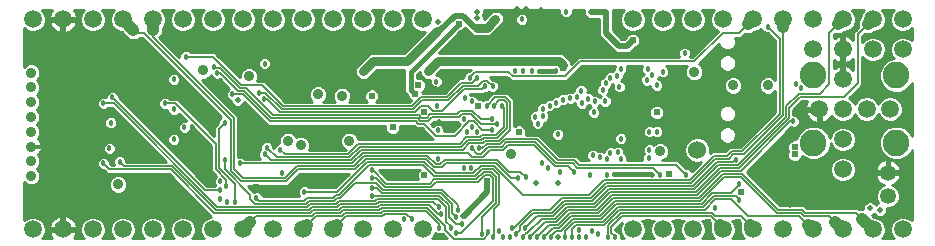
<source format=gbr>
G75*
G70*
%OFA0B0*%
%FSLAX24Y24*%
%IPPOS*%
%LPD*%
%AMOC8*
5,1,8,0,0,1.08239X$1,22.5*
%
%ADD10C,0.0591*%
%ADD11C,0.0354*%
%ADD12C,0.0886*%
%ADD13C,0.0531*%
%ADD14C,0.0600*%
%ADD15C,0.0180*%
%ADD16C,0.0198*%
%ADD17C,0.0237*%
%ADD18C,0.0100*%
%ADD19C,0.0200*%
%ADD20C,0.0300*%
%ADD21C,0.0240*%
%ADD22C,0.0160*%
%ADD23C,0.0050*%
%ADD24C,0.0400*%
D10*
X006658Y009702D03*
X007658Y009702D03*
X008658Y009702D03*
X009658Y009702D03*
X010658Y009702D03*
X011658Y009702D03*
X012658Y009702D03*
X013658Y009702D03*
X014658Y009702D03*
X015658Y009702D03*
X016658Y009702D03*
X017658Y009702D03*
X018658Y009702D03*
X019658Y009702D03*
X026658Y009702D03*
X027658Y009702D03*
X028658Y009702D03*
X029658Y009702D03*
X030658Y009702D03*
X031658Y009702D03*
X032658Y009702D03*
X033658Y009702D03*
X034658Y009702D03*
X035658Y009702D03*
X033658Y011702D03*
X033658Y012702D03*
X033658Y013702D03*
X033664Y013710D03*
X034451Y013710D03*
X035238Y013710D03*
X033658Y014702D03*
X032876Y013710D03*
X032658Y015702D03*
X033658Y015702D03*
X034658Y015702D03*
X035658Y015702D03*
X035658Y016702D03*
X034658Y016702D03*
X033658Y016702D03*
X032658Y016702D03*
X031658Y016702D03*
X030658Y016702D03*
X029658Y016702D03*
X028658Y016702D03*
X027658Y016702D03*
X026658Y016702D03*
X019658Y016702D03*
X018658Y016702D03*
X017658Y016702D03*
X016658Y016702D03*
X015658Y016702D03*
X014658Y016702D03*
X013658Y016702D03*
X012658Y016702D03*
X011658Y016702D03*
X010658Y016702D03*
X009658Y016702D03*
X008658Y016702D03*
X007658Y016702D03*
X006658Y016702D03*
D11*
X006608Y014924D03*
X006608Y014432D03*
X006608Y013940D03*
X006608Y013448D03*
X006608Y012956D03*
X006608Y012464D03*
X006608Y011972D03*
X006608Y011479D03*
X008658Y011702D03*
X009508Y011202D03*
X012108Y012252D03*
X013708Y012277D03*
X015158Y012652D03*
X015608Y012502D03*
X017208Y012652D03*
X019308Y011527D03*
X022583Y012227D03*
X027558Y012302D03*
X028108Y012302D03*
X030208Y012727D03*
X030008Y014502D03*
X031158Y014502D03*
X028708Y014952D03*
X034408Y014452D03*
X016958Y014152D03*
X016158Y014202D03*
X013858Y014802D03*
X012333Y015002D03*
X014908Y010977D03*
D12*
X032679Y012588D03*
X035435Y012588D03*
X035435Y014832D03*
X032679Y014832D03*
D13*
X035158Y011596D03*
X035158Y010808D03*
D14*
X028808Y012352D03*
D15*
X028433Y011527D03*
X027558Y011527D03*
X027183Y012077D03*
X027208Y012352D03*
X026258Y012052D03*
X026158Y012277D03*
X025908Y012252D03*
X025783Y012052D03*
X025558Y012102D03*
X025333Y012177D03*
X025233Y011527D03*
X025783Y011527D03*
X024683Y011627D03*
X024233Y011627D03*
X023833Y011752D03*
X023633Y011902D03*
X023083Y011452D03*
X022833Y011402D03*
X021278Y011762D03*
X021048Y011762D03*
X020158Y012052D03*
X021283Y012402D03*
X021533Y012402D03*
X021458Y012952D03*
X021283Y013127D03*
X021133Y012952D03*
X021033Y013377D03*
X021283Y013977D03*
X021058Y014077D03*
X021783Y013827D03*
X022033Y013827D03*
X022283Y013827D03*
X021958Y013377D03*
X022133Y013202D03*
X021958Y013027D03*
X023408Y013452D03*
X023483Y013227D03*
X023658Y013477D03*
X023658Y013727D03*
X023883Y013827D03*
X024108Y013927D03*
X024333Y014027D03*
X024558Y014077D03*
X024783Y014127D03*
X024933Y014327D03*
X025158Y014052D03*
X025383Y013977D03*
X025733Y013977D03*
X025358Y013602D03*
X024958Y013902D03*
X025658Y014352D03*
X025758Y014577D03*
X025908Y014752D03*
X026133Y014827D03*
X026258Y015052D03*
X027158Y015052D03*
X027308Y014852D03*
X027133Y014677D03*
X027458Y014502D03*
X027658Y014952D03*
X028383Y015577D03*
X026208Y014452D03*
X024083Y014977D03*
X023283Y014977D03*
X022983Y014977D03*
X022733Y014977D03*
X021983Y014477D03*
X021733Y014477D03*
X021468Y014752D03*
X021233Y014752D03*
X020108Y014627D03*
X020133Y013827D03*
X020158Y013002D03*
X017958Y011677D03*
X017958Y011427D03*
X017958Y011077D03*
X017958Y010827D03*
X019033Y010052D03*
X019283Y010052D03*
X020193Y009752D03*
X020583Y009752D03*
X020763Y009592D03*
X020958Y009877D03*
X020758Y010127D03*
X020833Y010352D03*
X020258Y010227D03*
X020183Y010452D03*
X021623Y009552D03*
X021848Y009622D03*
X021998Y009442D03*
X022188Y009642D03*
X022328Y009442D03*
X022558Y009442D03*
X022758Y009562D03*
X022618Y009752D03*
X023058Y009732D03*
X022998Y009442D03*
X023228Y009442D03*
X023458Y009442D03*
X023688Y009442D03*
X023918Y009442D03*
X024398Y009442D03*
X024628Y009442D03*
X024858Y009442D03*
X025088Y009442D03*
X025288Y009647D03*
X025498Y009542D03*
X025828Y009442D03*
X026058Y009442D03*
X024858Y009682D03*
X029408Y010427D03*
X030208Y010677D03*
X030208Y011227D03*
X030083Y012027D03*
X032008Y013302D03*
X032258Y014402D03*
X032083Y014552D03*
X031158Y016452D03*
X027458Y012952D03*
X027208Y012952D03*
X026258Y012727D03*
X024158Y012877D03*
X022958Y016702D03*
X024433Y016957D03*
X014908Y012352D03*
X014458Y012427D03*
X014383Y012202D03*
X013558Y011902D03*
X013058Y012002D03*
X012908Y011302D03*
X013108Y011152D03*
X012908Y011002D03*
X012908Y010702D03*
X013133Y010627D03*
X013383Y010627D03*
X014108Y010752D03*
X014958Y011577D03*
X015708Y010952D03*
X013058Y013252D03*
X011708Y013102D03*
X011358Y012702D03*
X011358Y013702D03*
X011058Y013902D03*
X011358Y014702D03*
X012683Y015102D03*
X012808Y014902D03*
X013308Y014202D03*
X014208Y014252D03*
X014358Y014052D03*
X014383Y015227D03*
X011758Y015452D03*
X009308Y014102D03*
X009008Y013902D03*
X009258Y013252D03*
X009208Y012402D03*
X009558Y011952D03*
X009008Y011902D03*
D16*
X013483Y014002D03*
X020108Y014377D03*
X020183Y013277D03*
X023433Y011262D03*
X024158Y011262D03*
X026118Y009682D03*
X024158Y009442D03*
X021008Y010152D03*
X027283Y011527D03*
X031883Y010527D03*
X034558Y010402D03*
X034908Y010352D03*
X025758Y016952D03*
X025258Y016952D03*
X023608Y017002D03*
X023108Y017052D03*
X022808Y017052D03*
X022308Y016952D03*
X022108Y016752D03*
X021458Y016752D03*
X021458Y016952D03*
X020158Y016627D03*
D17*
X020858Y016552D03*
X020783Y016002D03*
X019833Y014977D03*
X019508Y014502D03*
X019408Y014202D03*
X019708Y013627D03*
X018658Y013102D03*
X018658Y012752D03*
X019708Y011502D03*
X021808Y011322D03*
X022858Y012952D03*
X021508Y013802D03*
X024333Y015077D03*
X026333Y016077D03*
X026658Y016002D03*
X027558Y016002D03*
X030458Y016152D03*
X027858Y013602D03*
X027458Y013602D03*
X027858Y011552D03*
X030258Y010952D03*
X030583Y011577D03*
X032058Y012202D03*
X032058Y012452D03*
X030158Y009952D03*
X029158Y009952D03*
X028158Y009952D03*
X027158Y009952D03*
X020308Y009477D03*
X014108Y011102D03*
X017958Y014152D03*
X018258Y014927D03*
X017658Y014952D03*
X017158Y016502D03*
X018158Y016502D03*
X019158Y016502D03*
X016158Y016452D03*
X015158Y016452D03*
X014158Y016452D03*
X013158Y016452D03*
X012158Y016452D03*
X011158Y016452D03*
D18*
X007019Y009461D02*
X006959Y009402D01*
X007300Y009402D01*
X007264Y009438D01*
X007193Y009609D01*
X007193Y009653D01*
X007609Y009653D01*
X007609Y009750D01*
X007193Y009750D01*
X007193Y009794D01*
X007264Y009965D01*
X007395Y010096D01*
X007566Y010167D01*
X007610Y010167D01*
X007610Y009751D01*
X007707Y009751D01*
X007707Y010167D01*
X007751Y010167D01*
X007922Y010096D01*
X008053Y009965D01*
X008123Y009794D01*
X008123Y009750D01*
X007707Y009750D01*
X007707Y009653D01*
X008123Y009653D01*
X008123Y009609D01*
X008053Y009438D01*
X008016Y009402D01*
X008357Y009402D01*
X008298Y009461D01*
X008233Y009617D01*
X008233Y009786D01*
X008298Y009943D01*
X008417Y010062D01*
X008574Y010127D01*
X008743Y010127D01*
X008899Y010062D01*
X009019Y009943D01*
X009083Y009786D01*
X009083Y009617D01*
X009019Y009461D01*
X008959Y009402D01*
X009357Y009402D01*
X009298Y009461D01*
X009233Y009617D01*
X009233Y009786D01*
X009298Y009943D01*
X009417Y010062D01*
X009574Y010127D01*
X009743Y010127D01*
X009899Y010062D01*
X010019Y009943D01*
X010083Y009786D01*
X010083Y009617D01*
X010019Y009461D01*
X009959Y009402D01*
X010357Y009402D01*
X010298Y009461D01*
X010233Y009617D01*
X010233Y009786D01*
X010298Y009943D01*
X010417Y010062D01*
X010574Y010127D01*
X010743Y010127D01*
X010899Y010062D01*
X011019Y009943D01*
X011083Y009786D01*
X011083Y009617D01*
X011019Y009461D01*
X010959Y009402D01*
X011357Y009402D01*
X011298Y009461D01*
X011233Y009617D01*
X011233Y009786D01*
X011298Y009943D01*
X011417Y010062D01*
X011574Y010127D01*
X011743Y010127D01*
X011899Y010062D01*
X012019Y009943D01*
X012083Y009786D01*
X012083Y009617D01*
X012019Y009461D01*
X011959Y009402D01*
X012357Y009402D01*
X012298Y009461D01*
X012233Y009617D01*
X012233Y009786D01*
X012298Y009943D01*
X012417Y010062D01*
X012574Y010127D01*
X012614Y010127D01*
X011194Y011547D01*
X009144Y011547D01*
X009053Y011638D01*
X009009Y011682D01*
X008964Y011682D01*
X008883Y011715D01*
X008822Y011777D01*
X008788Y011858D01*
X008788Y011946D01*
X008822Y012026D01*
X008883Y012088D01*
X008964Y012122D01*
X009052Y012122D01*
X009133Y012088D01*
X009195Y012026D01*
X009228Y011946D01*
X009228Y011901D01*
X009272Y011857D01*
X009359Y011857D01*
X009338Y011908D01*
X009338Y011996D01*
X009372Y012076D01*
X009433Y012138D01*
X009514Y012172D01*
X009602Y012172D01*
X009683Y012138D01*
X009745Y012076D01*
X009778Y011996D01*
X009778Y011957D01*
X011084Y011957D01*
X009294Y013747D01*
X009164Y013747D01*
X009133Y013715D01*
X009052Y013682D01*
X008964Y013682D01*
X008883Y013715D01*
X008822Y013777D01*
X008788Y013858D01*
X008788Y013946D01*
X008822Y014026D01*
X008883Y014088D01*
X008964Y014122D01*
X009052Y014122D01*
X009088Y014107D01*
X009088Y014146D01*
X009122Y014226D01*
X009183Y014288D01*
X009264Y014322D01*
X009352Y014322D01*
X009433Y014288D01*
X009495Y014226D01*
X009528Y014146D01*
X009528Y014101D01*
X012472Y011157D01*
X012742Y011157D01*
X012722Y011177D01*
X012688Y011258D01*
X012688Y011346D01*
X012722Y011426D01*
X012768Y011473D01*
X012694Y011547D01*
X012603Y011638D01*
X012603Y012488D01*
X011916Y013175D01*
X011928Y013146D01*
X011928Y013058D01*
X011895Y012977D01*
X011833Y012915D01*
X011752Y012882D01*
X011664Y012882D01*
X011583Y012915D01*
X011522Y012977D01*
X011488Y013058D01*
X011488Y013146D01*
X011522Y013226D01*
X011583Y013288D01*
X011664Y013322D01*
X011752Y013322D01*
X011781Y013310D01*
X011529Y013562D01*
X011483Y013515D01*
X011402Y013482D01*
X011314Y013482D01*
X011233Y013515D01*
X011172Y013577D01*
X011138Y013658D01*
X011138Y013697D01*
X011102Y013682D01*
X011014Y013682D01*
X010933Y013715D01*
X010872Y013777D01*
X010838Y013858D01*
X010838Y013946D01*
X010872Y014026D01*
X010933Y014088D01*
X011014Y014122D01*
X011102Y014122D01*
X011183Y014088D01*
X011214Y014057D01*
X011472Y014057D01*
X011563Y013966D01*
X012703Y012826D01*
X012703Y012988D01*
X012703Y013116D01*
X012838Y013251D01*
X012838Y013296D01*
X012872Y013376D01*
X012933Y013438D01*
X012947Y013444D01*
X010294Y016097D01*
X010220Y016097D01*
X010145Y016022D01*
X009871Y016022D01*
X009617Y016277D01*
X009574Y016277D01*
X009417Y016341D01*
X009298Y016461D01*
X009233Y016617D01*
X009233Y016786D01*
X009298Y016943D01*
X009357Y017002D01*
X008959Y017002D01*
X009019Y016943D01*
X009083Y016786D01*
X009083Y016617D01*
X009019Y016461D01*
X008899Y016341D01*
X008743Y016277D01*
X008574Y016277D01*
X008417Y016341D01*
X008298Y016461D01*
X008233Y016617D01*
X008233Y016786D01*
X008298Y016943D01*
X008357Y017002D01*
X008016Y017002D01*
X008053Y016965D01*
X008123Y016794D01*
X008123Y016750D01*
X007707Y016750D01*
X007707Y016653D01*
X008123Y016653D01*
X008123Y016609D01*
X008053Y016438D01*
X007922Y016307D01*
X007751Y016237D01*
X007707Y016237D01*
X007707Y016653D01*
X007610Y016653D01*
X007610Y016237D01*
X007566Y016237D01*
X007395Y016307D01*
X007264Y016438D01*
X007193Y016609D01*
X007193Y016653D01*
X007609Y016653D01*
X007609Y016750D01*
X007193Y016750D01*
X007193Y016794D01*
X007264Y016965D01*
X007300Y017002D01*
X006959Y017002D01*
X007019Y016943D01*
X007083Y016786D01*
X007083Y016617D01*
X007019Y016461D01*
X006899Y016341D01*
X006743Y016277D01*
X006574Y016277D01*
X006417Y016341D01*
X006358Y016401D01*
X006358Y015109D01*
X006434Y015185D01*
X006547Y015231D01*
X006669Y015231D01*
X006782Y015185D01*
X006868Y015098D01*
X006915Y014985D01*
X006915Y014863D01*
X006868Y014750D01*
X006796Y014678D01*
X006868Y014606D01*
X006915Y014493D01*
X006915Y014371D01*
X006868Y014258D01*
X006796Y014186D01*
X006868Y014114D01*
X006915Y014001D01*
X006915Y013879D01*
X006868Y013766D01*
X006796Y013694D01*
X006868Y013622D01*
X006915Y013509D01*
X006915Y013387D01*
X006868Y013274D01*
X006796Y013202D01*
X006868Y013130D01*
X006915Y013017D01*
X006915Y012895D01*
X006868Y012782D01*
X006825Y012738D01*
X006902Y012660D01*
X006955Y012533D01*
X006955Y012473D01*
X006617Y012473D01*
X006617Y012455D01*
X006955Y012455D01*
X006955Y012395D01*
X006902Y012267D01*
X006825Y012189D01*
X006868Y012146D01*
X006915Y012033D01*
X006915Y011910D01*
X006868Y011798D01*
X006796Y011726D01*
X006868Y011653D01*
X006915Y011541D01*
X006915Y011418D01*
X006868Y011305D01*
X006782Y011219D01*
X006669Y011172D01*
X006547Y011172D01*
X006434Y011219D01*
X006358Y011295D01*
X006358Y010003D01*
X006417Y010062D01*
X006574Y010127D01*
X006743Y010127D01*
X006899Y010062D01*
X007019Y009943D01*
X007083Y009786D01*
X007083Y009617D01*
X007019Y009461D01*
X007034Y009498D02*
X007239Y009498D01*
X007198Y009596D02*
X007075Y009596D01*
X007083Y009695D02*
X007609Y009695D01*
X007707Y009695D02*
X008233Y009695D01*
X008236Y009793D02*
X008123Y009793D01*
X008083Y009892D02*
X008276Y009892D01*
X008345Y009990D02*
X008028Y009990D01*
X007929Y010089D02*
X008481Y010089D01*
X008835Y010089D02*
X009481Y010089D01*
X009345Y009990D02*
X008971Y009990D01*
X009040Y009892D02*
X009276Y009892D01*
X009236Y009793D02*
X009081Y009793D01*
X009083Y009695D02*
X009233Y009695D01*
X009242Y009596D02*
X009075Y009596D01*
X009034Y009498D02*
X009282Y009498D01*
X010034Y009498D02*
X010282Y009498D01*
X010242Y009596D02*
X010075Y009596D01*
X010083Y009695D02*
X010233Y009695D01*
X010236Y009793D02*
X010081Y009793D01*
X010040Y009892D02*
X010276Y009892D01*
X010345Y009990D02*
X009971Y009990D01*
X009835Y010089D02*
X010481Y010089D01*
X010835Y010089D02*
X011481Y010089D01*
X011345Y009990D02*
X010971Y009990D01*
X011040Y009892D02*
X011276Y009892D01*
X011236Y009793D02*
X011081Y009793D01*
X011083Y009695D02*
X011233Y009695D01*
X011242Y009596D02*
X011075Y009596D01*
X011034Y009498D02*
X011282Y009498D01*
X012034Y009498D02*
X012282Y009498D01*
X012242Y009596D02*
X012075Y009596D01*
X012083Y009695D02*
X012233Y009695D01*
X012236Y009793D02*
X012081Y009793D01*
X012040Y009892D02*
X012276Y009892D01*
X012345Y009990D02*
X011971Y009990D01*
X011835Y010089D02*
X012481Y010089D01*
X012553Y010187D02*
X006358Y010187D01*
X006358Y010089D02*
X006481Y010089D01*
X006358Y010286D02*
X012455Y010286D01*
X012356Y010384D02*
X006358Y010384D01*
X006358Y010483D02*
X012258Y010483D01*
X012159Y010581D02*
X006358Y010581D01*
X006358Y010680D02*
X012061Y010680D01*
X011962Y010779D02*
X006358Y010779D01*
X006358Y010877D02*
X011864Y010877D01*
X011765Y010976D02*
X009716Y010976D01*
X009682Y010941D02*
X009768Y011028D01*
X009815Y011141D01*
X009815Y011263D01*
X009768Y011376D01*
X009682Y011462D01*
X009569Y011509D01*
X009447Y011509D01*
X009334Y011462D01*
X009248Y011376D01*
X009201Y011263D01*
X009201Y011141D01*
X009248Y011028D01*
X009334Y010941D01*
X009447Y010895D01*
X009569Y010895D01*
X009682Y010941D01*
X009788Y011074D02*
X011667Y011074D01*
X011568Y011173D02*
X009815Y011173D01*
X009812Y011271D02*
X011469Y011271D01*
X011371Y011370D02*
X009771Y011370D01*
X009667Y011468D02*
X011272Y011468D01*
X011767Y011863D02*
X012603Y011863D01*
X012603Y011961D02*
X011668Y011961D01*
X011569Y012060D02*
X012603Y012060D01*
X012603Y012158D02*
X011471Y012158D01*
X011372Y012257D02*
X012603Y012257D01*
X012603Y012355D02*
X011274Y012355D01*
X011314Y012482D02*
X011402Y012482D01*
X011483Y012515D01*
X011545Y012577D01*
X011578Y012658D01*
X011578Y012746D01*
X011545Y012826D01*
X011483Y012888D01*
X011402Y012922D01*
X011314Y012922D01*
X011233Y012888D01*
X011172Y012826D01*
X011138Y012746D01*
X011138Y012658D01*
X011172Y012577D01*
X011233Y012515D01*
X011314Y012482D01*
X011196Y012552D02*
X011077Y012552D01*
X011141Y012651D02*
X010978Y012651D01*
X010880Y012749D02*
X011140Y012749D01*
X011193Y012848D02*
X010781Y012848D01*
X010683Y012947D02*
X011552Y012947D01*
X011523Y012848D02*
X012243Y012848D01*
X012341Y012749D02*
X011576Y012749D01*
X011575Y012651D02*
X012440Y012651D01*
X012538Y012552D02*
X011520Y012552D01*
X011175Y012454D02*
X012603Y012454D01*
X012681Y012848D02*
X012703Y012848D01*
X012703Y012947D02*
X012583Y012947D01*
X012484Y013045D02*
X012703Y013045D01*
X012731Y013144D02*
X012386Y013144D01*
X012287Y013242D02*
X012829Y013242D01*
X012857Y013341D02*
X012188Y013341D01*
X012090Y013439D02*
X012936Y013439D01*
X012853Y013538D02*
X011991Y013538D01*
X011893Y013636D02*
X012754Y013636D01*
X012656Y013735D02*
X011794Y013735D01*
X011696Y013833D02*
X012557Y013833D01*
X012459Y013932D02*
X011597Y013932D01*
X011499Y014031D02*
X012360Y014031D01*
X012262Y014129D02*
X009528Y014129D01*
X009493Y014228D02*
X012163Y014228D01*
X012065Y014326D02*
X006897Y014326D01*
X006915Y014425D02*
X011966Y014425D01*
X011868Y014523D02*
X011491Y014523D01*
X011483Y014515D02*
X011545Y014577D01*
X011578Y014658D01*
X011578Y014746D01*
X011545Y014826D01*
X011483Y014888D01*
X011402Y014922D01*
X011314Y014922D01*
X011233Y014888D01*
X011172Y014826D01*
X011138Y014746D01*
X011138Y014658D01*
X011172Y014577D01*
X011233Y014515D01*
X011314Y014482D01*
X011402Y014482D01*
X011483Y014515D01*
X011563Y014622D02*
X011769Y014622D01*
X011670Y014720D02*
X011578Y014720D01*
X011572Y014819D02*
X011548Y014819D01*
X011473Y014917D02*
X011413Y014917D01*
X011375Y015016D02*
X006903Y015016D01*
X006915Y014917D02*
X011304Y014917D01*
X011168Y014819D02*
X006897Y014819D01*
X006838Y014720D02*
X011138Y014720D01*
X011153Y014622D02*
X006853Y014622D01*
X006903Y014523D02*
X011226Y014523D01*
X011276Y015114D02*
X006852Y015114D01*
X006714Y015213D02*
X011178Y015213D01*
X011079Y015312D02*
X006358Y015312D01*
X006358Y015410D02*
X010981Y015410D01*
X010882Y015509D02*
X006358Y015509D01*
X006358Y015607D02*
X010784Y015607D01*
X010685Y015706D02*
X006358Y015706D01*
X006358Y015804D02*
X010586Y015804D01*
X010488Y015903D02*
X006358Y015903D01*
X006358Y016001D02*
X010389Y016001D01*
X010876Y016103D02*
X010988Y016215D01*
X010988Y016430D01*
X011019Y016461D01*
X011083Y016617D01*
X011083Y016786D01*
X011019Y016943D01*
X010959Y017002D01*
X011357Y017002D01*
X011298Y016943D01*
X011233Y016786D01*
X011233Y016617D01*
X011298Y016461D01*
X011417Y016341D01*
X011574Y016277D01*
X011743Y016277D01*
X011899Y016341D01*
X012019Y016461D01*
X012083Y016617D01*
X012083Y016786D01*
X012019Y016943D01*
X011959Y017002D01*
X012357Y017002D01*
X012298Y016943D01*
X012233Y016786D01*
X012233Y016617D01*
X012298Y016461D01*
X012417Y016341D01*
X012574Y016277D01*
X012743Y016277D01*
X012899Y016341D01*
X013019Y016461D01*
X013083Y016617D01*
X013083Y016786D01*
X013019Y016943D01*
X012959Y017002D01*
X013357Y017002D01*
X013298Y016943D01*
X013233Y016786D01*
X013233Y016617D01*
X013298Y016461D01*
X013417Y016341D01*
X013574Y016277D01*
X013743Y016277D01*
X013899Y016341D01*
X014019Y016461D01*
X014083Y016617D01*
X014083Y016786D01*
X014019Y016943D01*
X013959Y017002D01*
X014357Y017002D01*
X014298Y016943D01*
X014233Y016786D01*
X014233Y016617D01*
X014298Y016461D01*
X014417Y016341D01*
X014574Y016277D01*
X014743Y016277D01*
X014899Y016341D01*
X015019Y016461D01*
X015083Y016617D01*
X015083Y016786D01*
X015019Y016943D01*
X014959Y017002D01*
X015357Y017002D01*
X015298Y016943D01*
X015233Y016786D01*
X015233Y016617D01*
X015298Y016461D01*
X015417Y016341D01*
X015574Y016277D01*
X015743Y016277D01*
X015899Y016341D01*
X016019Y016461D01*
X016083Y016617D01*
X016083Y016786D01*
X016019Y016943D01*
X015959Y017002D01*
X016357Y017002D01*
X016298Y016943D01*
X016233Y016786D01*
X016233Y016617D01*
X016298Y016461D01*
X016417Y016341D01*
X016574Y016277D01*
X016743Y016277D01*
X016899Y016341D01*
X017019Y016461D01*
X017083Y016617D01*
X017083Y016786D01*
X017019Y016943D01*
X016959Y017002D01*
X017357Y017002D01*
X017298Y016943D01*
X017233Y016786D01*
X017233Y016617D01*
X017298Y016461D01*
X017417Y016341D01*
X017574Y016277D01*
X017743Y016277D01*
X017899Y016341D01*
X018019Y016461D01*
X018083Y016617D01*
X018083Y016786D01*
X018019Y016943D01*
X017959Y017002D01*
X018357Y017002D01*
X018298Y016943D01*
X018233Y016786D01*
X018233Y016617D01*
X018298Y016461D01*
X018417Y016341D01*
X018574Y016277D01*
X018743Y016277D01*
X018899Y016341D01*
X019019Y016461D01*
X019083Y016617D01*
X019083Y016786D01*
X019019Y016943D01*
X018959Y017002D01*
X019357Y017002D01*
X019298Y016943D01*
X019233Y016786D01*
X019233Y016617D01*
X019298Y016461D01*
X019417Y016341D01*
X019574Y016277D01*
X019717Y016277D01*
X019022Y015582D01*
X017892Y015582D01*
X017728Y015418D01*
X017398Y015088D01*
X017398Y014856D01*
X017562Y014692D01*
X017794Y014692D01*
X018124Y015022D01*
X019022Y015022D01*
X019048Y015022D01*
X019048Y014865D01*
X019048Y014439D01*
X019048Y014265D01*
X019159Y014154D01*
X019159Y014152D01*
X019197Y014061D01*
X019260Y013998D01*
X019219Y013957D01*
X018115Y013957D01*
X018169Y014011D01*
X018207Y014102D01*
X018207Y014201D01*
X018169Y014293D01*
X018099Y014363D01*
X018008Y014401D01*
X017909Y014401D01*
X017817Y014363D01*
X017747Y014293D01*
X017709Y014201D01*
X017709Y014102D01*
X017747Y014011D01*
X017801Y013957D01*
X017197Y013957D01*
X017218Y013978D01*
X017265Y014091D01*
X017265Y014213D01*
X017218Y014326D01*
X017781Y014326D01*
X017720Y014228D02*
X017259Y014228D01*
X017265Y014129D02*
X017709Y014129D01*
X017739Y014031D02*
X017240Y014031D01*
X017218Y014326D02*
X017132Y014412D01*
X017019Y014459D01*
X016897Y014459D01*
X016784Y014412D01*
X016698Y014326D01*
X016439Y014326D01*
X016418Y014376D02*
X016332Y014462D01*
X016219Y014509D01*
X016097Y014509D01*
X015984Y014462D01*
X015898Y014376D01*
X015851Y014263D01*
X015851Y014141D01*
X015898Y014028D01*
X015969Y013957D01*
X015072Y013957D01*
X014463Y014566D01*
X014372Y014657D01*
X014130Y014657D01*
X014165Y014741D01*
X014165Y014863D01*
X014118Y014976D01*
X014032Y015062D01*
X013919Y015109D01*
X013797Y015109D01*
X013684Y015062D01*
X013598Y014976D01*
X013551Y014863D01*
X013551Y014778D01*
X012813Y015516D01*
X012722Y015607D01*
X011914Y015607D01*
X019048Y015607D01*
X019146Y015706D02*
X011273Y015706D01*
X011175Y015804D02*
X019245Y015804D01*
X019343Y015903D02*
X011076Y015903D01*
X010978Y016001D02*
X019442Y016001D01*
X019540Y016100D02*
X010879Y016100D01*
X010876Y016103D02*
X011538Y015441D01*
X011538Y015496D01*
X011572Y015576D01*
X011633Y015638D01*
X011714Y015672D01*
X011802Y015672D01*
X011883Y015638D01*
X011914Y015607D01*
X011602Y015607D02*
X011372Y015607D01*
X011470Y015509D02*
X011544Y015509D01*
X011524Y016297D02*
X010988Y016297D01*
X010988Y016396D02*
X011363Y016396D01*
X011284Y016494D02*
X011032Y016494D01*
X011073Y016593D02*
X011243Y016593D01*
X011233Y016691D02*
X011083Y016691D01*
X011082Y016790D02*
X011234Y016790D01*
X011275Y016888D02*
X011041Y016888D01*
X010975Y016987D02*
X011342Y016987D01*
X011975Y016987D02*
X012342Y016987D01*
X012275Y016888D02*
X012041Y016888D01*
X012082Y016790D02*
X012234Y016790D01*
X012233Y016691D02*
X012083Y016691D01*
X012073Y016593D02*
X012243Y016593D01*
X012284Y016494D02*
X012032Y016494D01*
X011953Y016396D02*
X012363Y016396D01*
X012524Y016297D02*
X011792Y016297D01*
X010971Y016198D02*
X019639Y016198D01*
X019524Y016297D02*
X018792Y016297D01*
X018953Y016396D02*
X019363Y016396D01*
X019284Y016494D02*
X019032Y016494D01*
X019073Y016593D02*
X019243Y016593D01*
X019233Y016691D02*
X019083Y016691D01*
X019082Y016790D02*
X019234Y016790D01*
X019275Y016888D02*
X019041Y016888D01*
X018975Y016987D02*
X019342Y016987D01*
X018342Y016987D02*
X017975Y016987D01*
X018041Y016888D02*
X018275Y016888D01*
X018234Y016790D02*
X018082Y016790D01*
X018083Y016691D02*
X018233Y016691D01*
X018243Y016593D02*
X018073Y016593D01*
X018032Y016494D02*
X018284Y016494D01*
X018363Y016396D02*
X017953Y016396D01*
X017792Y016297D02*
X018524Y016297D01*
X017524Y016297D02*
X016792Y016297D01*
X016953Y016396D02*
X017363Y016396D01*
X017284Y016494D02*
X017032Y016494D01*
X017073Y016593D02*
X017243Y016593D01*
X017233Y016691D02*
X017083Y016691D01*
X017082Y016790D02*
X017234Y016790D01*
X017275Y016888D02*
X017041Y016888D01*
X016975Y016987D02*
X017342Y016987D01*
X016342Y016987D02*
X015975Y016987D01*
X016041Y016888D02*
X016275Y016888D01*
X016234Y016790D02*
X016082Y016790D01*
X016083Y016691D02*
X016233Y016691D01*
X016243Y016593D02*
X016073Y016593D01*
X016032Y016494D02*
X016284Y016494D01*
X016363Y016396D02*
X015953Y016396D01*
X015792Y016297D02*
X016524Y016297D01*
X015524Y016297D02*
X014792Y016297D01*
X014953Y016396D02*
X015363Y016396D01*
X015284Y016494D02*
X015032Y016494D01*
X015073Y016593D02*
X015243Y016593D01*
X015233Y016691D02*
X015083Y016691D01*
X015082Y016790D02*
X015234Y016790D01*
X015275Y016888D02*
X015041Y016888D01*
X014975Y016987D02*
X015342Y016987D01*
X014342Y016987D02*
X013975Y016987D01*
X014041Y016888D02*
X014275Y016888D01*
X014234Y016790D02*
X014082Y016790D01*
X014083Y016691D02*
X014233Y016691D01*
X014243Y016593D02*
X014073Y016593D01*
X014032Y016494D02*
X014284Y016494D01*
X014363Y016396D02*
X013953Y016396D01*
X013792Y016297D02*
X014524Y016297D01*
X014427Y015447D02*
X014339Y015447D01*
X014258Y015413D01*
X014197Y015351D01*
X014163Y015271D01*
X014163Y015183D01*
X014197Y015102D01*
X014258Y015040D01*
X014339Y015007D01*
X014427Y015007D01*
X014508Y015040D01*
X014570Y015102D01*
X014603Y015183D01*
X014603Y015271D01*
X014570Y015351D01*
X014508Y015413D01*
X014427Y015447D01*
X014511Y015410D02*
X017720Y015410D01*
X017622Y015312D02*
X014586Y015312D01*
X014603Y015213D02*
X017523Y015213D01*
X017425Y015114D02*
X014575Y015114D01*
X014449Y015016D02*
X017398Y015016D01*
X017398Y014917D02*
X014143Y014917D01*
X014165Y014819D02*
X017435Y014819D01*
X017534Y014720D02*
X014157Y014720D01*
X014407Y014622D02*
X019048Y014622D01*
X019048Y014720D02*
X017822Y014720D01*
X017921Y014819D02*
X019048Y014819D01*
X019048Y014917D02*
X018020Y014917D01*
X018118Y015016D02*
X019048Y015016D01*
X019468Y014865D02*
X019553Y014950D01*
X019553Y014861D01*
X019717Y014697D01*
X019899Y014697D01*
X019888Y014671D01*
X019888Y014583D01*
X019922Y014502D01*
X019983Y014440D01*
X020064Y014407D01*
X020152Y014407D01*
X020233Y014440D01*
X020295Y014502D01*
X020328Y014583D01*
X020328Y014671D01*
X020295Y014751D01*
X020233Y014813D01*
X020152Y014847D01*
X020099Y014847D01*
X020274Y015022D01*
X021259Y015022D01*
X021253Y015016D01*
X020268Y015016D01*
X020170Y014917D02*
X021088Y014917D01*
X021108Y014938D02*
X021047Y014876D01*
X021013Y014796D01*
X021013Y014732D01*
X020997Y014732D01*
X020869Y014732D01*
X020394Y014257D01*
X019655Y014257D01*
X019642Y014288D01*
X019649Y014291D01*
X019719Y014361D01*
X019757Y014452D01*
X019757Y014551D01*
X019719Y014643D01*
X019649Y014713D01*
X019558Y014751D01*
X019468Y014751D01*
X019468Y014865D01*
X019468Y014819D02*
X019595Y014819D01*
X019631Y014720D02*
X019694Y014720D01*
X019728Y014622D02*
X019888Y014622D01*
X019913Y014523D02*
X019757Y014523D01*
X019745Y014425D02*
X020021Y014425D01*
X020195Y014425D02*
X020562Y014425D01*
X020660Y014523D02*
X020303Y014523D01*
X020328Y014622D02*
X020759Y014622D01*
X020857Y014720D02*
X020308Y014720D01*
X020219Y014819D02*
X021023Y014819D01*
X021108Y014938D02*
X021189Y014972D01*
X021209Y014972D01*
X021253Y015016D01*
X021882Y014797D02*
X022444Y014797D01*
X022503Y014738D01*
X022594Y014647D01*
X024344Y014647D01*
X024472Y014647D01*
X024972Y015147D01*
X026059Y015147D01*
X026038Y015096D01*
X026038Y015026D01*
X026008Y015013D01*
X025963Y014967D01*
X025952Y014972D01*
X025864Y014972D01*
X025783Y014938D01*
X025722Y014876D01*
X025688Y014796D01*
X025688Y014786D01*
X025633Y014763D01*
X025572Y014701D01*
X025538Y014621D01*
X025538Y014540D01*
X025533Y014538D01*
X025472Y014476D01*
X025438Y014396D01*
X025438Y014308D01*
X025472Y014227D01*
X025533Y014165D01*
X025588Y014143D01*
X025558Y014113D01*
X025508Y014163D01*
X025427Y014197D01*
X025339Y014197D01*
X025329Y014192D01*
X025283Y014238D01*
X025202Y014272D01*
X025148Y014272D01*
X025153Y014283D01*
X025153Y014371D01*
X025120Y014451D01*
X025058Y014513D01*
X024977Y014547D01*
X024889Y014547D01*
X024808Y014513D01*
X024747Y014451D01*
X024713Y014371D01*
X024713Y014336D01*
X024658Y014313D01*
X024630Y014285D01*
X024602Y014297D01*
X024514Y014297D01*
X024433Y014263D01*
X024405Y014235D01*
X024377Y014247D01*
X024289Y014247D01*
X024208Y014213D01*
X024147Y014151D01*
X024145Y014147D01*
X024064Y014147D01*
X023983Y014113D01*
X023922Y014051D01*
X023920Y014047D01*
X023839Y014047D01*
X023758Y014013D01*
X023697Y013951D01*
X023695Y013947D01*
X023614Y013947D01*
X023533Y013913D01*
X023472Y013851D01*
X023438Y013771D01*
X023438Y013683D01*
X023443Y013672D01*
X023364Y013672D01*
X023283Y013638D01*
X023222Y013576D01*
X023188Y013496D01*
X023188Y013408D01*
X023222Y013327D01*
X023268Y013281D01*
X023263Y013271D01*
X023263Y013183D01*
X023297Y013102D01*
X023358Y013040D01*
X023439Y013007D01*
X023527Y013007D01*
X023608Y013040D01*
X023670Y013102D01*
X023703Y013183D01*
X023703Y013257D01*
X023783Y013290D01*
X023845Y013352D01*
X023878Y013433D01*
X023878Y013521D01*
X023845Y013601D01*
X023844Y013602D01*
X023845Y013602D01*
X023846Y013607D01*
X023927Y013607D01*
X024008Y013640D01*
X024070Y013702D01*
X024071Y013707D01*
X024152Y013707D01*
X024233Y013740D01*
X024295Y013802D01*
X024296Y013807D01*
X024377Y013807D01*
X024458Y013840D01*
X024486Y013869D01*
X024514Y013857D01*
X024602Y013857D01*
X024683Y013890D01*
X024711Y013919D01*
X024738Y013907D01*
X024738Y013858D01*
X024772Y013777D01*
X024833Y013715D01*
X024914Y013682D01*
X025002Y013682D01*
X025083Y013715D01*
X025145Y013777D01*
X025167Y013832D01*
X025202Y013832D01*
X025213Y013836D01*
X025253Y013796D01*
X025233Y013788D01*
X025172Y013726D01*
X025138Y013646D01*
X025138Y013558D01*
X025172Y013477D01*
X025233Y013415D01*
X025314Y013382D01*
X025402Y013382D01*
X025483Y013415D01*
X025545Y013477D01*
X025578Y013558D01*
X025578Y013646D01*
X025545Y013726D01*
X025489Y013782D01*
X025508Y013790D01*
X025558Y013841D01*
X025608Y013790D01*
X025689Y013757D01*
X025777Y013757D01*
X025858Y013790D01*
X025920Y013852D01*
X025953Y013933D01*
X025953Y014021D01*
X025920Y014101D01*
X025858Y014163D01*
X025803Y014186D01*
X025845Y014227D01*
X025878Y014308D01*
X025878Y014389D01*
X025883Y014390D01*
X025945Y014452D01*
X025978Y014533D01*
X025978Y014543D01*
X026014Y014558D01*
X025988Y014496D01*
X025988Y014408D01*
X026022Y014327D01*
X026083Y014265D01*
X026164Y014232D01*
X026252Y014232D01*
X026333Y014265D01*
X026395Y014327D01*
X026428Y014408D01*
X026428Y014496D01*
X026395Y014576D01*
X026333Y014638D01*
X026278Y014661D01*
X026320Y014702D01*
X026353Y014783D01*
X026353Y014853D01*
X026383Y014865D01*
X026445Y014927D01*
X026478Y015008D01*
X026478Y015096D01*
X026457Y015147D01*
X026959Y015147D01*
X026938Y015096D01*
X026938Y015008D01*
X026972Y014927D01*
X027028Y014871D01*
X027008Y014863D01*
X026947Y014801D01*
X026913Y014721D01*
X026913Y014633D01*
X026947Y014552D01*
X027008Y014490D01*
X027089Y014457D01*
X027177Y014457D01*
X027238Y014482D01*
X027238Y014458D01*
X027272Y014377D01*
X027333Y014315D01*
X027414Y014282D01*
X027502Y014282D01*
X027583Y014315D01*
X027645Y014377D01*
X027678Y014458D01*
X027678Y014546D01*
X027645Y014626D01*
X027583Y014688D01*
X027502Y014722D01*
X027489Y014722D01*
X027495Y014727D01*
X027517Y014782D01*
X027533Y014765D01*
X027614Y014732D01*
X027702Y014732D01*
X027783Y014765D01*
X027845Y014827D01*
X027878Y014908D01*
X027878Y014996D01*
X027845Y015076D01*
X027783Y015138D01*
X027762Y015147D01*
X028469Y015147D01*
X028448Y015126D01*
X028401Y015013D01*
X028401Y014891D01*
X028448Y014778D01*
X028534Y014691D01*
X028647Y014645D01*
X028769Y014645D01*
X028882Y014691D01*
X028968Y014778D01*
X029015Y014891D01*
X029015Y015013D01*
X028968Y015126D01*
X028882Y015212D01*
X028851Y015225D01*
X029521Y015896D01*
X029564Y015793D01*
X029645Y015712D01*
X029751Y015668D01*
X029865Y015668D01*
X029971Y015712D01*
X030052Y015793D01*
X030096Y015899D01*
X030096Y016013D01*
X030061Y016097D01*
X030144Y016097D01*
X030272Y016097D01*
X030397Y016222D01*
X030645Y016222D01*
X030699Y016277D01*
X030743Y016277D01*
X030899Y016341D01*
X030946Y016389D01*
X030972Y016327D01*
X031033Y016265D01*
X031114Y016232D01*
X031159Y016232D01*
X031403Y015988D01*
X031403Y014691D01*
X031332Y014762D01*
X031219Y014809D01*
X031097Y014809D01*
X030984Y014762D01*
X030898Y014676D01*
X030851Y014563D01*
X030851Y014441D01*
X030898Y014328D01*
X030984Y014241D01*
X031097Y014195D01*
X031219Y014195D01*
X031332Y014241D01*
X031403Y014313D01*
X031403Y013616D01*
X030244Y012457D01*
X029894Y012457D01*
X029803Y012366D01*
X029744Y012307D01*
X029294Y012307D01*
X029227Y012240D01*
X029238Y012266D01*
X029238Y012437D01*
X029173Y012595D01*
X029052Y012716D01*
X028894Y012782D01*
X028723Y012782D01*
X028565Y012716D01*
X028444Y012595D01*
X028378Y012437D01*
X028378Y012266D01*
X028444Y012108D01*
X028565Y011987D01*
X028723Y011922D01*
X028894Y011922D01*
X028920Y011933D01*
X028625Y011638D01*
X028620Y011651D01*
X028558Y011713D01*
X028477Y011747D01*
X028432Y011747D01*
X028172Y012007D01*
X028044Y012007D01*
X027648Y012007D01*
X027732Y012041D01*
X027818Y012128D01*
X027865Y012241D01*
X027865Y012363D01*
X027818Y012476D01*
X027732Y012562D01*
X027619Y012609D01*
X027497Y012609D01*
X027384Y012562D01*
X027346Y012525D01*
X027333Y012538D01*
X027252Y012572D01*
X027164Y012572D01*
X027083Y012538D01*
X027022Y012476D01*
X026988Y012396D01*
X026988Y012308D01*
X027022Y012227D01*
X026997Y012201D01*
X026963Y012121D01*
X026963Y012033D01*
X026974Y012007D01*
X026478Y012007D01*
X026478Y012008D01*
X026478Y012096D01*
X026445Y012176D01*
X026383Y012238D01*
X026378Y012240D01*
X026378Y012321D01*
X026345Y012401D01*
X026283Y012463D01*
X026202Y012497D01*
X026114Y012497D01*
X026033Y012463D01*
X026016Y012445D01*
X025952Y012472D01*
X025864Y012472D01*
X025783Y012438D01*
X025722Y012376D01*
X025688Y012296D01*
X025688Y012283D01*
X025683Y012288D01*
X025602Y012322D01*
X025514Y012322D01*
X025504Y012317D01*
X025458Y012363D01*
X025377Y012397D01*
X025289Y012397D01*
X025208Y012363D01*
X025147Y012301D01*
X025113Y012221D01*
X025113Y012133D01*
X025147Y012052D01*
X025192Y012007D01*
X024922Y012007D01*
X024772Y012157D01*
X024644Y012157D01*
X024222Y012157D01*
X023522Y012857D01*
X023394Y012857D01*
X023088Y012857D01*
X023107Y012902D01*
X023107Y013001D01*
X023069Y013093D01*
X022999Y013163D01*
X022908Y013201D01*
X022809Y013201D01*
X022717Y013163D01*
X022713Y013159D01*
X022713Y014016D01*
X022622Y014107D01*
X022563Y014166D01*
X022472Y014257D01*
X021994Y014257D01*
X021903Y014166D01*
X021784Y014047D01*
X021739Y014047D01*
X021658Y014013D01*
X021653Y014008D01*
X021649Y014013D01*
X021558Y014051D01*
X021491Y014051D01*
X021470Y014101D01*
X021408Y014163D01*
X021327Y014197D01*
X021246Y014197D01*
X021245Y014201D01*
X021224Y014222D01*
X021697Y014222D01*
X021732Y014257D01*
X021777Y014257D01*
X021858Y014290D01*
X021858Y014291D01*
X021858Y014290D01*
X021939Y014257D01*
X022027Y014257D01*
X022108Y014290D01*
X022170Y014352D01*
X022203Y014433D01*
X022203Y014521D01*
X022170Y014601D01*
X022108Y014663D01*
X022027Y014697D01*
X021982Y014697D01*
X021963Y014716D01*
X021882Y014797D01*
X021959Y014720D02*
X022520Y014720D01*
X022202Y014523D02*
X024832Y014523D01*
X024736Y014425D02*
X022200Y014425D01*
X022143Y014326D02*
X024689Y014326D01*
X025034Y014523D02*
X025518Y014523D01*
X025539Y014622D02*
X022149Y014622D01*
X021965Y014228D02*
X021703Y014228D01*
X021866Y014129D02*
X021442Y014129D01*
X021606Y014031D02*
X021700Y014031D01*
X022502Y014228D02*
X024243Y014228D01*
X024021Y014129D02*
X022600Y014129D01*
X022699Y014031D02*
X023800Y014031D01*
X023578Y013932D02*
X022713Y013932D01*
X022713Y013833D02*
X023464Y013833D01*
X023438Y013735D02*
X022713Y013735D01*
X022713Y013636D02*
X023281Y013636D01*
X023206Y013538D02*
X022713Y013538D01*
X022713Y013439D02*
X023188Y013439D01*
X023216Y013341D02*
X022713Y013341D01*
X022713Y013242D02*
X023263Y013242D01*
X023279Y013144D02*
X023018Y013144D01*
X023089Y013045D02*
X023354Y013045D01*
X023612Y013045D02*
X024015Y013045D01*
X024033Y013063D02*
X023972Y013001D01*
X023938Y012921D01*
X023938Y012833D01*
X023972Y012752D01*
X024033Y012690D01*
X024114Y012657D01*
X024202Y012657D01*
X024283Y012690D01*
X024345Y012752D01*
X024378Y012833D01*
X024378Y012921D01*
X024345Y013001D01*
X024283Y013063D01*
X024202Y013097D01*
X024114Y013097D01*
X024033Y013063D01*
X023949Y012947D02*
X023107Y012947D01*
X023531Y012848D02*
X023938Y012848D01*
X023974Y012749D02*
X023630Y012749D01*
X023728Y012651D02*
X026051Y012651D01*
X026038Y012683D02*
X026072Y012602D01*
X026133Y012540D01*
X026214Y012507D01*
X026302Y012507D01*
X026383Y012540D01*
X026445Y012602D01*
X026478Y012683D01*
X026478Y012771D01*
X026445Y012851D01*
X026383Y012913D01*
X026302Y012947D01*
X026214Y012947D01*
X026133Y012913D01*
X026072Y012851D01*
X026038Y012771D01*
X026038Y012683D01*
X026038Y012749D02*
X024342Y012749D01*
X024378Y012848D02*
X026070Y012848D01*
X026214Y012947D02*
X024367Y012947D01*
X024301Y013045D02*
X027009Y013045D01*
X027022Y013076D02*
X026988Y012996D01*
X026988Y012908D01*
X027022Y012827D01*
X027083Y012765D01*
X027164Y012732D01*
X027252Y012732D01*
X027333Y012765D01*
X027333Y012766D01*
X027333Y012765D01*
X027414Y012732D01*
X027502Y012732D01*
X027583Y012765D01*
X027645Y012827D01*
X027678Y012908D01*
X027678Y012996D01*
X027645Y013076D01*
X027583Y013138D01*
X027502Y013172D01*
X027414Y013172D01*
X027333Y013138D01*
X027333Y013138D01*
X027333Y013138D01*
X027252Y013172D01*
X027164Y013172D01*
X027083Y013138D01*
X027022Y013076D01*
X027096Y013144D02*
X023687Y013144D01*
X023703Y013242D02*
X031029Y013242D01*
X030931Y013144D02*
X027570Y013144D01*
X027658Y013045D02*
X029599Y013045D01*
X029564Y013011D02*
X029520Y012905D01*
X029520Y012790D01*
X029564Y012685D01*
X029645Y012604D01*
X029751Y012560D01*
X029865Y012560D01*
X029971Y012604D01*
X030052Y012685D01*
X030096Y012790D01*
X030096Y012905D01*
X030052Y013011D01*
X029971Y013091D01*
X029865Y013135D01*
X029751Y013135D01*
X029645Y013091D01*
X029564Y013011D01*
X029538Y012947D02*
X027678Y012947D01*
X027653Y012848D02*
X029520Y012848D01*
X029537Y012749D02*
X028972Y012749D01*
X029117Y012651D02*
X029598Y012651D01*
X029891Y012454D02*
X029231Y012454D01*
X029238Y012355D02*
X029792Y012355D01*
X029244Y012257D02*
X029234Y012257D01*
X029190Y012552D02*
X030339Y012552D01*
X030438Y012651D02*
X030018Y012651D01*
X030079Y012749D02*
X030536Y012749D01*
X030635Y012848D02*
X030096Y012848D01*
X030079Y012947D02*
X030734Y012947D01*
X030832Y013045D02*
X030018Y013045D01*
X029865Y013268D02*
X029971Y013312D01*
X030052Y013393D01*
X030096Y013499D01*
X030096Y013613D01*
X030052Y013719D01*
X029971Y013800D01*
X029865Y013844D01*
X029751Y013844D01*
X029645Y013800D01*
X029564Y013719D01*
X029520Y013613D01*
X029520Y013499D01*
X029564Y013393D01*
X029645Y013312D01*
X029751Y013268D01*
X029865Y013268D01*
X030000Y013341D02*
X031128Y013341D01*
X031226Y013439D02*
X030071Y013439D01*
X030096Y013538D02*
X031325Y013538D01*
X031403Y013636D02*
X030086Y013636D01*
X030036Y013735D02*
X031403Y013735D01*
X031403Y013833D02*
X029891Y013833D01*
X029725Y013833D02*
X027549Y013833D01*
X027508Y013851D02*
X027409Y013851D01*
X027317Y013813D01*
X027247Y013743D01*
X027209Y013651D01*
X027209Y013552D01*
X027247Y013461D01*
X027317Y013391D01*
X027409Y013353D01*
X027508Y013353D01*
X027599Y013391D01*
X027669Y013461D01*
X027707Y013552D01*
X027707Y013651D01*
X027669Y013743D01*
X027599Y013813D01*
X027508Y013851D01*
X027367Y013833D02*
X025901Y013833D01*
X025953Y013932D02*
X031403Y013932D01*
X031403Y014031D02*
X025949Y014031D01*
X025892Y014129D02*
X031403Y014129D01*
X031403Y014228D02*
X031299Y014228D01*
X031018Y014228D02*
X030149Y014228D01*
X030182Y014241D02*
X030268Y014328D01*
X030315Y014441D01*
X030315Y014563D01*
X030268Y014676D01*
X030182Y014762D01*
X030069Y014809D01*
X029947Y014809D01*
X029834Y014762D01*
X029748Y014676D01*
X029701Y014563D01*
X029701Y014441D01*
X029748Y014328D01*
X029834Y014241D01*
X029947Y014195D01*
X030069Y014195D01*
X030182Y014241D01*
X030267Y014326D02*
X030899Y014326D01*
X030858Y014425D02*
X030309Y014425D01*
X030315Y014523D02*
X030851Y014523D01*
X030875Y014622D02*
X030291Y014622D01*
X030224Y014720D02*
X030942Y014720D01*
X031374Y014720D02*
X031403Y014720D01*
X031403Y014819D02*
X028985Y014819D01*
X029015Y014917D02*
X031403Y014917D01*
X031403Y015016D02*
X029983Y015016D01*
X029971Y015004D02*
X030052Y015085D01*
X030096Y015190D01*
X030096Y015305D01*
X030052Y015411D01*
X029971Y015491D01*
X029865Y015535D01*
X029751Y015535D01*
X029645Y015491D01*
X029564Y015411D01*
X029520Y015305D01*
X029520Y015190D01*
X029564Y015085D01*
X029645Y015004D01*
X029751Y014960D01*
X029865Y014960D01*
X029971Y015004D01*
X030064Y015114D02*
X031403Y015114D01*
X031403Y015213D02*
X030096Y015213D01*
X030093Y015312D02*
X031403Y015312D01*
X031403Y015410D02*
X030052Y015410D01*
X029930Y015509D02*
X031403Y015509D01*
X031403Y015607D02*
X029233Y015607D01*
X029331Y015706D02*
X029661Y015706D01*
X029560Y015804D02*
X029430Y015804D01*
X029188Y016001D02*
X026907Y016001D01*
X026907Y015952D02*
X026907Y016051D01*
X026888Y016097D01*
X026888Y016097D01*
X026888Y016097D01*
X026869Y016143D01*
X026799Y016213D01*
X026754Y016231D01*
X026753Y016232D01*
X026708Y016251D01*
X026609Y016251D01*
X026563Y016232D01*
X026562Y016231D01*
X026517Y016213D01*
X026447Y016143D01*
X026429Y016097D01*
X026363Y016032D01*
X026303Y016032D01*
X025988Y016347D01*
X025988Y017002D01*
X026357Y017002D01*
X026298Y016943D01*
X026233Y016786D01*
X026233Y016617D01*
X026298Y016461D01*
X026417Y016341D01*
X026574Y016277D01*
X026743Y016277D01*
X026899Y016341D01*
X027019Y016461D01*
X027083Y016617D01*
X027083Y016786D01*
X027019Y016943D01*
X026959Y017002D01*
X027357Y017002D01*
X027298Y016943D01*
X027233Y016786D01*
X027233Y016617D01*
X027298Y016461D01*
X027417Y016341D01*
X027574Y016277D01*
X027743Y016277D01*
X027899Y016341D01*
X028019Y016461D01*
X028083Y016617D01*
X028083Y016786D01*
X028019Y016943D01*
X027959Y017002D01*
X028357Y017002D01*
X028298Y016943D01*
X028233Y016786D01*
X028233Y016617D01*
X028298Y016461D01*
X028417Y016341D01*
X028574Y016277D01*
X028743Y016277D01*
X028899Y016341D01*
X029019Y016461D01*
X029083Y016617D01*
X029083Y016786D01*
X029019Y016943D01*
X028959Y017002D01*
X029357Y017002D01*
X029298Y016943D01*
X029233Y016786D01*
X029233Y016617D01*
X029298Y016461D01*
X029417Y016341D01*
X029496Y016309D01*
X028644Y015457D01*
X028571Y015457D01*
X028603Y015533D01*
X028603Y015621D01*
X028570Y015701D01*
X028508Y015763D01*
X028427Y015797D01*
X028339Y015797D01*
X028258Y015763D01*
X028197Y015701D01*
X028163Y015621D01*
X028163Y015533D01*
X028195Y015457D01*
X024844Y015457D01*
X024753Y015366D01*
X024613Y015226D01*
X024613Y015293D01*
X024488Y015418D01*
X024324Y015582D01*
X020274Y015582D01*
X020185Y015582D01*
X020906Y016303D01*
X020908Y016303D01*
X020999Y016341D01*
X021069Y016411D01*
X021070Y016414D01*
X021153Y016332D01*
X021173Y016312D01*
X021173Y016311D01*
X021337Y016147D01*
X021667Y016147D01*
X021899Y016147D01*
X022353Y016601D01*
X022353Y016833D01*
X022189Y016997D01*
X021957Y016997D01*
X021687Y016727D01*
X021687Y016797D01*
X021665Y016852D01*
X021687Y016906D01*
X021687Y016997D01*
X021685Y017002D01*
X024214Y017002D01*
X024213Y017001D01*
X024213Y016913D01*
X024247Y016832D01*
X024308Y016770D01*
X024389Y016737D01*
X024477Y016737D01*
X024558Y016770D01*
X024620Y016832D01*
X024653Y016913D01*
X024653Y017001D01*
X024653Y017002D01*
X025028Y017002D01*
X025028Y016857D01*
X025163Y016722D01*
X025528Y016722D01*
X025528Y016347D01*
X025528Y016157D01*
X025978Y015707D01*
X026113Y015572D01*
X026363Y015572D01*
X026553Y015572D01*
X026754Y015772D01*
X026799Y015791D01*
X026869Y015861D01*
X026888Y015906D01*
X026888Y015907D01*
X026907Y015952D01*
X026888Y015907D02*
X026888Y015907D01*
X026886Y015903D02*
X029090Y015903D01*
X028991Y015804D02*
X026812Y015804D01*
X026687Y015706D02*
X028201Y015706D01*
X028163Y015607D02*
X026589Y015607D01*
X026078Y015607D02*
X020210Y015607D01*
X020309Y015706D02*
X025979Y015706D01*
X025880Y015804D02*
X020407Y015804D01*
X020506Y015903D02*
X025782Y015903D01*
X025683Y016001D02*
X020605Y016001D01*
X020703Y016100D02*
X025585Y016100D01*
X025528Y016198D02*
X021951Y016198D01*
X022049Y016297D02*
X025528Y016297D01*
X025528Y016396D02*
X022148Y016396D01*
X022246Y016494D02*
X022885Y016494D01*
X022914Y016482D02*
X023002Y016482D01*
X023083Y016515D01*
X023145Y016577D01*
X023178Y016658D01*
X023178Y016746D01*
X023145Y016826D01*
X023083Y016888D01*
X024223Y016888D01*
X024213Y016987D02*
X022199Y016987D01*
X022298Y016888D02*
X022833Y016888D01*
X022772Y016826D01*
X022738Y016746D01*
X022738Y016658D01*
X022772Y016577D01*
X022833Y016515D01*
X022914Y016482D01*
X023031Y016494D02*
X025528Y016494D01*
X025528Y016593D02*
X023151Y016593D01*
X023178Y016691D02*
X025528Y016691D01*
X025095Y016790D02*
X024577Y016790D01*
X024643Y016888D02*
X025028Y016888D01*
X025028Y016987D02*
X024653Y016987D01*
X024289Y016790D02*
X023160Y016790D01*
X023083Y016888D02*
X023002Y016922D01*
X022914Y016922D01*
X022833Y016888D01*
X022756Y016790D02*
X022353Y016790D01*
X022353Y016691D02*
X022738Y016691D01*
X022765Y016593D02*
X022345Y016593D01*
X021947Y016987D02*
X021687Y016987D01*
X021680Y016888D02*
X021849Y016888D01*
X021750Y016790D02*
X021687Y016790D01*
X021187Y016297D02*
X020900Y016297D01*
X020802Y016198D02*
X021286Y016198D01*
X021089Y016396D02*
X021054Y016396D01*
X023503Y015022D02*
X024087Y015022D01*
X024103Y014982D01*
X024103Y014982D01*
X024104Y014981D01*
X024114Y014957D01*
X023503Y014957D01*
X023503Y015021D01*
X023503Y015022D01*
X023503Y015016D02*
X024089Y015016D01*
X024496Y015410D02*
X024797Y015410D01*
X024699Y015312D02*
X024594Y015312D01*
X024397Y015509D02*
X028173Y015509D01*
X028593Y015509D02*
X028696Y015509D01*
X028603Y015607D02*
X028794Y015607D01*
X028893Y015706D02*
X028565Y015706D01*
X029134Y015509D02*
X029687Y015509D01*
X029564Y015410D02*
X029035Y015410D01*
X028937Y015312D02*
X029523Y015312D01*
X029520Y015213D02*
X028880Y015213D01*
X028973Y015114D02*
X029552Y015114D01*
X029633Y015016D02*
X029014Y015016D01*
X028911Y014720D02*
X029792Y014720D01*
X029725Y014622D02*
X027647Y014622D01*
X027678Y014523D02*
X029701Y014523D01*
X029708Y014425D02*
X027664Y014425D01*
X027593Y014326D02*
X029749Y014326D01*
X029868Y014228D02*
X025845Y014228D01*
X025878Y014326D02*
X026023Y014326D01*
X025988Y014425D02*
X025917Y014425D01*
X025974Y014523D02*
X026000Y014523D01*
X026349Y014622D02*
X026918Y014622D01*
X026913Y014720D02*
X026327Y014720D01*
X026353Y014819D02*
X026964Y014819D01*
X026981Y014917D02*
X026435Y014917D01*
X026478Y015016D02*
X026938Y015016D01*
X026946Y015114D02*
X026470Y015114D01*
X026046Y015114D02*
X024940Y015114D01*
X024841Y015016D02*
X026015Y015016D01*
X025763Y014917D02*
X024743Y014917D01*
X024644Y014819D02*
X025698Y014819D01*
X025590Y014720D02*
X024546Y014720D01*
X025131Y014425D02*
X025450Y014425D01*
X025438Y014326D02*
X025153Y014326D01*
X025293Y014228D02*
X025471Y014228D01*
X025542Y014129D02*
X025574Y014129D01*
X025551Y013833D02*
X025565Y013833D01*
X025536Y013735D02*
X027244Y013735D01*
X027209Y013636D02*
X025578Y013636D01*
X025570Y013538D02*
X027215Y013538D01*
X027269Y013439D02*
X025507Y013439D01*
X025210Y013439D02*
X023878Y013439D01*
X023871Y013538D02*
X025146Y013538D01*
X025138Y013636D02*
X023998Y013636D01*
X024219Y013735D02*
X024814Y013735D01*
X024748Y013833D02*
X024441Y013833D01*
X025102Y013735D02*
X025180Y013735D01*
X025206Y013833D02*
X025215Y013833D01*
X026393Y014326D02*
X027323Y014326D01*
X027252Y014425D02*
X026428Y014425D01*
X026417Y014523D02*
X026976Y014523D01*
X027506Y014720D02*
X028505Y014720D01*
X028431Y014819D02*
X027836Y014819D01*
X027878Y014917D02*
X028401Y014917D01*
X028402Y015016D02*
X027870Y015016D01*
X027807Y015114D02*
X028443Y015114D01*
X029955Y015706D02*
X031403Y015706D01*
X031403Y015804D02*
X030057Y015804D01*
X030096Y015903D02*
X031403Y015903D01*
X031389Y016001D02*
X030096Y016001D01*
X030275Y016100D02*
X031291Y016100D01*
X031192Y016198D02*
X030374Y016198D01*
X030792Y016297D02*
X031002Y016297D01*
X029484Y016297D02*
X028792Y016297D01*
X028953Y016396D02*
X029363Y016396D01*
X029284Y016494D02*
X029032Y016494D01*
X029073Y016593D02*
X029243Y016593D01*
X029233Y016691D02*
X029083Y016691D01*
X029082Y016790D02*
X029234Y016790D01*
X029275Y016888D02*
X029041Y016888D01*
X028975Y016987D02*
X029342Y016987D01*
X028363Y016396D02*
X027953Y016396D01*
X028032Y016494D02*
X028284Y016494D01*
X028243Y016593D02*
X028073Y016593D01*
X028083Y016691D02*
X028233Y016691D01*
X028234Y016790D02*
X028082Y016790D01*
X028041Y016888D02*
X028275Y016888D01*
X028342Y016987D02*
X027975Y016987D01*
X027342Y016987D02*
X026975Y016987D01*
X027041Y016888D02*
X027275Y016888D01*
X027234Y016790D02*
X027082Y016790D01*
X027083Y016691D02*
X027233Y016691D01*
X027243Y016593D02*
X027073Y016593D01*
X027032Y016494D02*
X027284Y016494D01*
X027363Y016396D02*
X026953Y016396D01*
X026792Y016297D02*
X027524Y016297D01*
X027792Y016297D02*
X028524Y016297D01*
X029287Y016100D02*
X026887Y016100D01*
X026813Y016198D02*
X029386Y016198D01*
X026753Y016232D02*
X026753Y016232D01*
X026563Y016232D02*
X026563Y016232D01*
X026503Y016198D02*
X026137Y016198D01*
X026235Y016100D02*
X026430Y016100D01*
X026524Y016297D02*
X026038Y016297D01*
X025988Y016396D02*
X026363Y016396D01*
X026284Y016494D02*
X025988Y016494D01*
X025988Y016593D02*
X026243Y016593D01*
X026233Y016691D02*
X025988Y016691D01*
X025988Y016790D02*
X026234Y016790D01*
X026275Y016888D02*
X025988Y016888D01*
X025988Y016987D02*
X026342Y016987D01*
X027672Y013735D02*
X029580Y013735D01*
X029530Y013636D02*
X027707Y013636D01*
X027701Y013538D02*
X029520Y013538D01*
X029545Y013439D02*
X027647Y013439D01*
X027346Y013144D02*
X027320Y013144D01*
X026988Y012947D02*
X026303Y012947D01*
X026446Y012848D02*
X027013Y012848D01*
X027122Y012749D02*
X026478Y012749D01*
X026465Y012651D02*
X028499Y012651D01*
X028426Y012552D02*
X027742Y012552D01*
X027828Y012454D02*
X028385Y012454D01*
X028378Y012355D02*
X027865Y012355D01*
X027865Y012257D02*
X028382Y012257D01*
X028423Y012158D02*
X027831Y012158D01*
X027750Y012060D02*
X028492Y012060D01*
X028628Y011961D02*
X028218Y011961D01*
X028317Y011863D02*
X028850Y011863D01*
X028751Y011764D02*
X028415Y011764D01*
X028606Y011665D02*
X028653Y011665D01*
X027338Y011528D02*
X027338Y011507D01*
X026003Y011507D01*
X026003Y011571D01*
X025992Y011597D01*
X027269Y011597D01*
X027338Y011528D01*
X027299Y011567D02*
X026003Y011567D01*
X026478Y012060D02*
X026963Y012060D01*
X026979Y012158D02*
X026452Y012158D01*
X026378Y012257D02*
X027009Y012257D01*
X027022Y012227D02*
X027022Y012227D01*
X026988Y012355D02*
X026364Y012355D01*
X026292Y012454D02*
X027012Y012454D01*
X027117Y012552D02*
X026395Y012552D01*
X026121Y012552D02*
X023827Y012552D01*
X023925Y012454D02*
X025821Y012454D01*
X025713Y012355D02*
X025466Y012355D01*
X025200Y012355D02*
X024024Y012355D01*
X024122Y012257D02*
X025128Y012257D01*
X025113Y012158D02*
X024221Y012158D01*
X024869Y012060D02*
X025144Y012060D01*
X025995Y012454D02*
X026024Y012454D01*
X027299Y012552D02*
X027374Y012552D01*
X027372Y012749D02*
X027294Y012749D01*
X027544Y012749D02*
X028644Y012749D01*
X029617Y013341D02*
X023833Y013341D01*
X020893Y013206D02*
X020669Y012982D01*
X020378Y012982D01*
X020378Y013046D01*
X020345Y013126D01*
X020283Y013188D01*
X020202Y013222D01*
X020114Y013222D01*
X020033Y013188D01*
X019987Y013142D01*
X019927Y013202D01*
X020022Y013297D01*
X020794Y013297D01*
X020828Y013297D01*
X020847Y013252D01*
X020893Y013206D01*
X020857Y013242D02*
X019968Y013242D01*
X019985Y013144D02*
X019989Y013144D01*
X019744Y012947D02*
X018854Y012947D01*
X018869Y012961D02*
X018907Y013052D01*
X018907Y013147D01*
X019369Y013147D01*
X019444Y013072D01*
X019619Y013072D01*
X019928Y012763D01*
X019984Y012707D01*
X017572Y012707D01*
X017515Y012707D01*
X017515Y012713D01*
X017468Y012826D01*
X017382Y012912D01*
X017269Y012959D01*
X017147Y012959D01*
X017034Y012912D01*
X016948Y012826D01*
X016901Y012713D01*
X016901Y012591D01*
X016948Y012478D01*
X017034Y012391D01*
X017101Y012364D01*
X017094Y012357D01*
X015880Y012357D01*
X015915Y012441D01*
X015915Y012563D01*
X015868Y012676D01*
X015782Y012762D01*
X015669Y012809D01*
X015547Y012809D01*
X015443Y012766D01*
X015418Y012826D01*
X015332Y012912D01*
X015219Y012959D01*
X015097Y012959D01*
X014984Y012912D01*
X014898Y012826D01*
X014851Y012713D01*
X014851Y012591D01*
X014860Y012570D01*
X014783Y012538D01*
X014722Y012476D01*
X014694Y012410D01*
X014678Y012426D01*
X014678Y012471D01*
X014645Y012551D01*
X014583Y012613D01*
X014502Y012647D01*
X014414Y012647D01*
X014333Y012613D01*
X014272Y012551D01*
X014238Y012471D01*
X014238Y012383D01*
X014243Y012372D01*
X014197Y012326D01*
X014163Y012246D01*
X014163Y012158D01*
X014197Y012077D01*
X014217Y012057D01*
X013714Y012057D01*
X013683Y012088D01*
X013602Y012122D01*
X013514Y012122D01*
X013513Y012121D01*
X013513Y013338D01*
X013513Y013466D01*
X012284Y014695D01*
X012394Y014695D01*
X012507Y014741D01*
X012593Y014828D01*
X012597Y014837D01*
X012622Y014777D01*
X012683Y014715D01*
X012764Y014682D01*
X012852Y014682D01*
X012892Y014699D01*
X013197Y014394D01*
X013183Y014388D01*
X013122Y014326D01*
X013121Y014326D02*
X012653Y014326D01*
X012752Y014228D02*
X013088Y014228D01*
X013088Y014246D02*
X013088Y014158D01*
X013122Y014077D01*
X013183Y014015D01*
X013254Y013986D01*
X013254Y013956D01*
X013289Y013872D01*
X013353Y013808D01*
X013438Y013773D01*
X013529Y013773D01*
X013613Y013808D01*
X013677Y013872D01*
X013704Y013937D01*
X014494Y013147D01*
X014622Y013147D01*
X018409Y013147D01*
X018409Y013052D01*
X018447Y012961D01*
X018517Y012891D01*
X018609Y012853D01*
X018708Y012853D01*
X018799Y012891D01*
X018869Y012961D01*
X018904Y013045D02*
X019646Y013045D01*
X019843Y012848D02*
X017446Y012848D01*
X017500Y012749D02*
X019941Y012749D01*
X020378Y013045D02*
X020732Y013045D01*
X020831Y013144D02*
X020327Y013144D01*
X019372Y013144D02*
X018907Y013144D01*
X018462Y012947D02*
X017299Y012947D01*
X017117Y012947D02*
X015249Y012947D01*
X015396Y012848D02*
X016970Y012848D01*
X016916Y012749D02*
X015795Y012749D01*
X015879Y012651D02*
X016901Y012651D01*
X016917Y012552D02*
X015915Y012552D01*
X015915Y012454D02*
X016972Y012454D01*
X018182Y011697D02*
X019551Y011697D01*
X019497Y011643D01*
X019459Y011551D01*
X019459Y011452D01*
X019489Y011382D01*
X018497Y011382D01*
X018182Y011697D01*
X018214Y011665D02*
X019520Y011665D01*
X019466Y011567D02*
X018312Y011567D01*
X018411Y011468D02*
X019459Y011468D01*
X017184Y011547D02*
X016744Y011107D01*
X015864Y011107D01*
X015833Y011138D01*
X015752Y011172D01*
X015664Y011172D01*
X015583Y011138D01*
X015522Y011076D01*
X015488Y010996D01*
X015488Y010908D01*
X015522Y010827D01*
X015542Y010807D01*
X014323Y010807D01*
X014295Y010876D01*
X014233Y010938D01*
X014152Y010972D01*
X014064Y010972D01*
X014024Y010955D01*
X013972Y011007D01*
X013832Y011147D01*
X015044Y011147D01*
X015172Y011147D01*
X015572Y011547D01*
X017184Y011547D01*
X017105Y011468D02*
X015494Y011468D01*
X015395Y011370D02*
X017007Y011370D01*
X016908Y011271D02*
X015297Y011271D01*
X015198Y011173D02*
X016810Y011173D01*
X015521Y011074D02*
X013905Y011074D01*
X014003Y010976D02*
X015488Y010976D01*
X015501Y010877D02*
X014294Y010877D01*
X012726Y011173D02*
X012456Y011173D01*
X012358Y011271D02*
X012688Y011271D01*
X012698Y011370D02*
X012259Y011370D01*
X012161Y011468D02*
X012764Y011468D01*
X012674Y011567D02*
X012062Y011567D01*
X011964Y011665D02*
X012603Y011665D01*
X012603Y011764D02*
X011865Y011764D01*
X011080Y011961D02*
X009778Y011961D01*
X009752Y012060D02*
X010981Y012060D01*
X010883Y012158D02*
X009635Y012158D01*
X009481Y012158D02*
X006856Y012158D01*
X006892Y012257D02*
X009042Y012257D01*
X009022Y012277D02*
X009083Y012215D01*
X009164Y012182D01*
X009252Y012182D01*
X009333Y012215D01*
X009395Y012277D01*
X009428Y012358D01*
X009428Y012446D01*
X009395Y012526D01*
X009333Y012588D01*
X009252Y012622D01*
X009164Y012622D01*
X009083Y012588D01*
X009022Y012526D01*
X008988Y012446D01*
X008988Y012358D01*
X009022Y012277D01*
X008989Y012355D02*
X006939Y012355D01*
X006955Y012454D02*
X008992Y012454D01*
X009047Y012552D02*
X006947Y012552D01*
X006906Y012651D02*
X010390Y012651D01*
X010488Y012552D02*
X009369Y012552D01*
X009425Y012454D02*
X010587Y012454D01*
X010686Y012355D02*
X009427Y012355D01*
X009374Y012257D02*
X010784Y012257D01*
X010291Y012749D02*
X006836Y012749D01*
X006896Y012848D02*
X010193Y012848D01*
X010094Y012947D02*
X006915Y012947D01*
X006904Y013045D02*
X009182Y013045D01*
X009214Y013032D02*
X009302Y013032D01*
X009383Y013065D01*
X009445Y013127D01*
X009478Y013208D01*
X009478Y013296D01*
X009445Y013376D01*
X009383Y013438D01*
X009302Y013472D01*
X009214Y013472D01*
X009133Y013438D01*
X009072Y013376D01*
X009038Y013296D01*
X009038Y013208D01*
X009072Y013127D01*
X009133Y013065D01*
X009214Y013032D01*
X009334Y013045D02*
X009996Y013045D01*
X009897Y013144D02*
X009451Y013144D01*
X009478Y013242D02*
X009799Y013242D01*
X009700Y013341D02*
X009459Y013341D01*
X009381Y013439D02*
X009602Y013439D01*
X009503Y013538D02*
X006903Y013538D01*
X006915Y013439D02*
X009136Y013439D01*
X009057Y013341D02*
X006896Y013341D01*
X006837Y013242D02*
X009038Y013242D01*
X009065Y013144D02*
X006855Y013144D01*
X006854Y013636D02*
X009404Y013636D01*
X009306Y013735D02*
X009152Y013735D01*
X008864Y013735D02*
X006837Y013735D01*
X006896Y013833D02*
X008798Y013833D01*
X008788Y013932D02*
X006915Y013932D01*
X006903Y014031D02*
X008826Y014031D01*
X009088Y014129D02*
X006853Y014129D01*
X006838Y014228D02*
X009123Y014228D01*
X009599Y014031D02*
X010876Y014031D01*
X010838Y013932D02*
X009697Y013932D01*
X009796Y013833D02*
X010848Y013833D01*
X010914Y013735D02*
X009894Y013735D01*
X009993Y013636D02*
X011147Y013636D01*
X011211Y013538D02*
X010091Y013538D01*
X010190Y013439D02*
X011652Y013439D01*
X011750Y013341D02*
X010288Y013341D01*
X010387Y013242D02*
X011537Y013242D01*
X011488Y013144D02*
X010486Y013144D01*
X010584Y013045D02*
X011494Y013045D01*
X011864Y012947D02*
X012144Y012947D01*
X012046Y013045D02*
X011923Y013045D01*
X011928Y013144D02*
X011947Y013144D01*
X011553Y013538D02*
X011505Y013538D01*
X012850Y014129D02*
X013100Y014129D01*
X013088Y014246D02*
X013122Y014326D01*
X013166Y014425D02*
X012554Y014425D01*
X012456Y014523D02*
X013068Y014523D01*
X012969Y014622D02*
X012357Y014622D01*
X012456Y014720D02*
X012679Y014720D01*
X012604Y014819D02*
X012584Y014819D01*
X013018Y015312D02*
X014180Y015312D01*
X014163Y015213D02*
X013116Y015213D01*
X013215Y015114D02*
X014192Y015114D01*
X014078Y015016D02*
X014317Y015016D01*
X014255Y015410D02*
X012919Y015410D01*
X012820Y015509D02*
X017819Y015509D01*
X019048Y014523D02*
X014506Y014523D01*
X014604Y014425D02*
X015947Y014425D01*
X015877Y014326D02*
X014703Y014326D01*
X014802Y014228D02*
X015851Y014228D01*
X015856Y014129D02*
X014900Y014129D01*
X014999Y014031D02*
X015897Y014031D01*
X016347Y013957D02*
X016418Y014028D01*
X016465Y014141D01*
X016465Y014263D01*
X016418Y014376D01*
X016370Y014425D02*
X016814Y014425D01*
X016698Y014326D02*
X016651Y014213D01*
X016651Y014091D01*
X016698Y013978D01*
X016719Y013957D01*
X016347Y013957D01*
X016420Y014031D02*
X016676Y014031D01*
X016651Y014129D02*
X016460Y014129D01*
X016465Y014228D02*
X016657Y014228D01*
X017102Y014425D02*
X019048Y014425D01*
X019048Y014326D02*
X018136Y014326D01*
X018196Y014228D02*
X019085Y014228D01*
X019169Y014129D02*
X018207Y014129D01*
X018177Y014031D02*
X019228Y014031D01*
X019684Y014326D02*
X020463Y014326D01*
X019553Y014917D02*
X019521Y014917D01*
X018409Y013144D02*
X013513Y013144D01*
X013513Y013242D02*
X014399Y013242D01*
X014300Y013341D02*
X013513Y013341D01*
X013513Y013439D02*
X014202Y013439D01*
X014103Y013538D02*
X013441Y013538D01*
X013343Y013636D02*
X014004Y013636D01*
X013906Y013735D02*
X013244Y013735D01*
X013328Y013833D02*
X013146Y013833D01*
X013047Y013932D02*
X013264Y013932D01*
X013168Y014031D02*
X012949Y014031D01*
X013639Y013833D02*
X013807Y013833D01*
X013709Y013932D02*
X013702Y013932D01*
X013551Y014819D02*
X013510Y014819D01*
X013574Y014917D02*
X013412Y014917D01*
X013313Y015016D02*
X013638Y015016D01*
X013524Y016297D02*
X012792Y016297D01*
X012953Y016396D02*
X013363Y016396D01*
X013284Y016494D02*
X013032Y016494D01*
X013073Y016593D02*
X013243Y016593D01*
X013233Y016691D02*
X013083Y016691D01*
X013082Y016790D02*
X013234Y016790D01*
X013275Y016888D02*
X013041Y016888D01*
X012975Y016987D02*
X013342Y016987D01*
X009793Y016100D02*
X006358Y016100D01*
X006358Y016198D02*
X009695Y016198D01*
X009524Y016297D02*
X008792Y016297D01*
X008953Y016396D02*
X009363Y016396D01*
X009284Y016494D02*
X009032Y016494D01*
X009073Y016593D02*
X009243Y016593D01*
X009233Y016691D02*
X009083Y016691D01*
X009082Y016790D02*
X009234Y016790D01*
X009275Y016888D02*
X009041Y016888D01*
X008975Y016987D02*
X009342Y016987D01*
X008342Y016987D02*
X008031Y016987D01*
X008084Y016888D02*
X008275Y016888D01*
X008234Y016790D02*
X008123Y016790D01*
X008233Y016691D02*
X007707Y016691D01*
X007609Y016691D02*
X007083Y016691D01*
X007082Y016790D02*
X007193Y016790D01*
X007232Y016888D02*
X007041Y016888D01*
X006975Y016987D02*
X007285Y016987D01*
X007200Y016593D02*
X007073Y016593D01*
X007032Y016494D02*
X007241Y016494D01*
X007306Y016396D02*
X006953Y016396D01*
X006792Y016297D02*
X007420Y016297D01*
X007610Y016297D02*
X007707Y016297D01*
X007707Y016396D02*
X007610Y016396D01*
X007610Y016494D02*
X007707Y016494D01*
X007707Y016593D02*
X007610Y016593D01*
X008010Y016396D02*
X008363Y016396D01*
X008284Y016494D02*
X008076Y016494D01*
X008116Y016593D02*
X008243Y016593D01*
X008524Y016297D02*
X007896Y016297D01*
X006524Y016297D02*
X006358Y016297D01*
X006358Y016396D02*
X006363Y016396D01*
X006358Y015213D02*
X006503Y015213D01*
X006364Y015114D02*
X006358Y015114D01*
X006904Y012060D02*
X008855Y012060D01*
X008795Y011961D02*
X006915Y011961D01*
X006895Y011863D02*
X008788Y011863D01*
X008835Y011764D02*
X006835Y011764D01*
X006856Y011665D02*
X009025Y011665D01*
X009124Y011567D02*
X006904Y011567D01*
X006915Y011468D02*
X009349Y011468D01*
X009245Y011370D02*
X006895Y011370D01*
X006834Y011271D02*
X009204Y011271D01*
X009201Y011173D02*
X006670Y011173D01*
X006546Y011173D02*
X006358Y011173D01*
X006358Y011271D02*
X006382Y011271D01*
X006358Y011074D02*
X009229Y011074D01*
X009300Y010976D02*
X006358Y010976D01*
X006835Y010089D02*
X007387Y010089D01*
X007288Y009990D02*
X006971Y009990D01*
X007040Y009892D02*
X007233Y009892D01*
X007193Y009793D02*
X007081Y009793D01*
X007610Y009793D02*
X007707Y009793D01*
X007707Y009892D02*
X007610Y009892D01*
X007610Y009990D02*
X007707Y009990D01*
X007707Y010089D02*
X007610Y010089D01*
X008118Y009596D02*
X008242Y009596D01*
X008282Y009498D02*
X008077Y009498D01*
X009267Y011863D02*
X009357Y011863D01*
X009338Y011961D02*
X009222Y011961D01*
X009161Y012060D02*
X009365Y012060D01*
X013513Y012158D02*
X014163Y012158D01*
X014168Y012257D02*
X013513Y012257D01*
X013513Y012355D02*
X014225Y012355D01*
X014238Y012454D02*
X013513Y012454D01*
X013513Y012552D02*
X014272Y012552D01*
X014644Y012552D02*
X014817Y012552D01*
X014851Y012651D02*
X013513Y012651D01*
X013513Y012749D02*
X014866Y012749D01*
X014920Y012848D02*
X013513Y012848D01*
X013513Y012947D02*
X015067Y012947D01*
X014712Y012454D02*
X014678Y012454D01*
X014214Y012060D02*
X013711Y012060D01*
X013513Y013045D02*
X018412Y013045D01*
X020064Y009570D02*
X020068Y009565D01*
X020149Y009532D01*
X020237Y009532D01*
X020305Y009560D01*
X020464Y009402D01*
X019959Y009402D01*
X020019Y009461D01*
X020064Y009570D01*
X020034Y009498D02*
X020368Y009498D01*
X026098Y009662D02*
X026098Y009723D01*
X026283Y009908D01*
X026233Y009786D01*
X026233Y009617D01*
X026298Y009461D01*
X026357Y009402D01*
X026278Y009402D01*
X026278Y009486D01*
X026245Y009566D01*
X026183Y009628D01*
X026102Y009662D01*
X026098Y009662D01*
X026098Y009695D02*
X026233Y009695D01*
X026236Y009793D02*
X026169Y009793D01*
X026267Y009892D02*
X026276Y009892D01*
X026242Y009596D02*
X026215Y009596D01*
X026273Y009498D02*
X026282Y009498D01*
X026959Y009402D02*
X027019Y009461D01*
X027083Y009617D01*
X027083Y009786D01*
X027019Y009943D01*
X026964Y009997D01*
X027352Y009997D01*
X027298Y009943D01*
X027233Y009786D01*
X027233Y009617D01*
X027298Y009461D01*
X027357Y009402D01*
X026959Y009402D01*
X027034Y009498D02*
X027282Y009498D01*
X027242Y009596D02*
X027075Y009596D01*
X027083Y009695D02*
X027233Y009695D01*
X027236Y009793D02*
X027081Y009793D01*
X027040Y009892D02*
X027276Y009892D01*
X027345Y009990D02*
X026971Y009990D01*
X027964Y009997D02*
X028352Y009997D01*
X028298Y009943D01*
X028233Y009786D01*
X028233Y009617D01*
X028298Y009461D01*
X028357Y009402D01*
X027959Y009402D01*
X028019Y009461D01*
X028083Y009617D01*
X028083Y009786D01*
X028019Y009943D01*
X027964Y009997D01*
X027971Y009990D02*
X028345Y009990D01*
X028276Y009892D02*
X028040Y009892D01*
X028081Y009793D02*
X028236Y009793D01*
X028233Y009695D02*
X028083Y009695D01*
X028075Y009596D02*
X028242Y009596D01*
X028282Y009498D02*
X028034Y009498D01*
X028959Y009402D02*
X029019Y009461D01*
X029083Y009617D01*
X029083Y009786D01*
X029019Y009943D01*
X028964Y009997D01*
X029194Y009997D01*
X029228Y009963D01*
X029228Y009715D01*
X029233Y009710D01*
X029233Y009617D01*
X029298Y009461D01*
X029357Y009402D01*
X028959Y009402D01*
X029034Y009498D02*
X029282Y009498D01*
X029242Y009596D02*
X029075Y009596D01*
X029083Y009695D02*
X029233Y009695D01*
X029228Y009793D02*
X029081Y009793D01*
X029040Y009892D02*
X029228Y009892D01*
X029201Y009990D02*
X028971Y009990D01*
X029964Y009997D02*
X030194Y009997D01*
X030228Y009963D01*
X030228Y009715D01*
X030233Y009711D01*
X030233Y009617D01*
X030298Y009461D01*
X030357Y009402D01*
X029959Y009402D01*
X030019Y009461D01*
X030083Y009617D01*
X030083Y009786D01*
X030019Y009943D01*
X029964Y009997D01*
X029971Y009990D02*
X030201Y009990D01*
X030228Y009892D02*
X030040Y009892D01*
X030081Y009793D02*
X030228Y009793D01*
X030233Y009695D02*
X030083Y009695D01*
X030075Y009596D02*
X030242Y009596D01*
X030282Y009498D02*
X030034Y009498D01*
X031572Y010507D02*
X030452Y011627D01*
X031924Y013099D01*
X031964Y013082D01*
X032052Y013082D01*
X032133Y013115D01*
X032195Y013177D01*
X032228Y013258D01*
X032228Y013346D01*
X032195Y013426D01*
X032133Y013488D01*
X032052Y013522D01*
X032013Y013522D01*
X032013Y013688D01*
X032297Y013972D01*
X032481Y013972D01*
X032411Y013803D01*
X032411Y013759D01*
X032828Y013759D01*
X032828Y013662D01*
X032828Y013661D02*
X032925Y013661D01*
X032925Y013245D01*
X032969Y013245D01*
X033140Y013316D01*
X033271Y013447D01*
X033287Y013486D01*
X033298Y013461D01*
X033417Y013341D01*
X033574Y013277D01*
X033743Y013277D01*
X033899Y013341D01*
X034019Y013461D01*
X034021Y013466D01*
X034024Y013469D01*
X034057Y013549D01*
X034090Y013469D01*
X034210Y013350D01*
X034366Y013285D01*
X034536Y013285D01*
X034692Y013350D01*
X034812Y013469D01*
X034845Y013549D01*
X034878Y013469D01*
X034998Y013350D01*
X035154Y013285D01*
X035323Y013285D01*
X035479Y013350D01*
X035599Y013469D01*
X035664Y013626D01*
X035664Y013795D01*
X035599Y013951D01*
X035479Y014071D01*
X035323Y014135D01*
X035154Y014135D01*
X034998Y014071D01*
X034878Y013951D01*
X034845Y013871D01*
X034812Y013951D01*
X034692Y014071D01*
X034536Y014135D01*
X034366Y014135D01*
X034210Y014071D01*
X034090Y013951D01*
X034057Y013871D01*
X034024Y013951D01*
X033904Y014071D01*
X033881Y014080D01*
X034222Y014422D01*
X034313Y014513D01*
X034313Y015446D01*
X034417Y015341D01*
X034574Y015277D01*
X034743Y015277D01*
X034899Y015341D01*
X035019Y015461D01*
X035083Y015617D01*
X035083Y015786D01*
X035019Y015943D01*
X034899Y016062D01*
X034743Y016127D01*
X034574Y016127D01*
X034417Y016062D01*
X034313Y015958D01*
X034313Y016138D01*
X034397Y016222D01*
X034645Y016222D01*
X034699Y016277D01*
X034743Y016277D01*
X034899Y016341D01*
X035019Y016461D01*
X035083Y016617D01*
X035083Y016786D01*
X035019Y016943D01*
X034959Y017002D01*
X035357Y017002D01*
X035298Y016943D01*
X035233Y016786D01*
X035233Y016617D01*
X035298Y016461D01*
X035417Y016341D01*
X035574Y016277D01*
X035743Y016277D01*
X035899Y016341D01*
X035958Y016401D01*
X035958Y016003D01*
X035899Y016062D01*
X035743Y016127D01*
X035574Y016127D01*
X035417Y016062D01*
X035298Y015943D01*
X035233Y015786D01*
X035233Y015617D01*
X035298Y015461D01*
X035354Y015405D01*
X035321Y015405D01*
X035111Y015318D01*
X034950Y015157D01*
X034862Y014946D01*
X034862Y014718D01*
X034950Y014508D01*
X035111Y014346D01*
X035321Y014259D01*
X035549Y014259D01*
X035760Y014346D01*
X035921Y014508D01*
X035958Y014597D01*
X035958Y012823D01*
X035921Y012913D01*
X035760Y013074D01*
X035549Y013161D01*
X035321Y013161D01*
X035111Y013074D01*
X034950Y012913D01*
X034862Y012702D01*
X034862Y012474D01*
X034950Y012264D01*
X035111Y012102D01*
X035321Y012015D01*
X035549Y012015D01*
X035760Y012102D01*
X035921Y012264D01*
X035958Y012353D01*
X035958Y010003D01*
X035899Y010062D01*
X035743Y010127D01*
X035574Y010127D01*
X035417Y010062D01*
X035298Y009943D01*
X035233Y009786D01*
X035233Y009617D01*
X035298Y009461D01*
X035357Y009402D01*
X034959Y009402D01*
X035019Y009461D01*
X035083Y009617D01*
X035083Y009786D01*
X035019Y009943D01*
X034899Y010062D01*
X034743Y010127D01*
X034699Y010127D01*
X034639Y010188D01*
X034688Y010208D01*
X034711Y010230D01*
X034714Y010222D01*
X034778Y010158D01*
X034863Y010123D01*
X034954Y010123D01*
X035038Y010158D01*
X035102Y010222D01*
X035137Y010306D01*
X035137Y010397D01*
X035131Y010412D01*
X035237Y010412D01*
X035382Y010473D01*
X035494Y010584D01*
X035554Y010729D01*
X035554Y010887D01*
X035494Y011032D01*
X035382Y011144D01*
X035294Y011180D01*
X035405Y011226D01*
X035527Y011349D01*
X035594Y011509D01*
X035594Y011557D01*
X035197Y011557D01*
X035197Y011634D01*
X035594Y011634D01*
X035594Y011682D01*
X035527Y011842D01*
X035405Y011965D01*
X035245Y012031D01*
X035197Y012031D01*
X035197Y011634D01*
X035119Y011634D01*
X035119Y011557D01*
X034722Y011557D01*
X034722Y011509D01*
X034789Y011349D01*
X034911Y011226D01*
X035022Y011180D01*
X034934Y011144D01*
X034823Y011032D01*
X034762Y010887D01*
X034762Y010729D01*
X034823Y010584D01*
X034837Y010570D01*
X034778Y010546D01*
X034756Y010523D01*
X034752Y010532D01*
X034688Y010596D01*
X034604Y010631D01*
X034513Y010631D01*
X034428Y010596D01*
X034364Y010532D01*
X034329Y010447D01*
X034329Y010382D01*
X034197Y010382D01*
X034172Y010407D01*
X034044Y010407D01*
X032472Y010407D01*
X032372Y010507D01*
X032244Y010507D01*
X031572Y010507D01*
X031498Y010581D02*
X034414Y010581D01*
X034344Y010483D02*
X032396Y010483D01*
X031399Y010680D02*
X034783Y010680D01*
X034762Y010779D02*
X031301Y010779D01*
X031202Y010877D02*
X034762Y010877D01*
X034799Y010976D02*
X031103Y010976D01*
X031005Y011074D02*
X034864Y011074D01*
X035004Y011173D02*
X030906Y011173D01*
X030808Y011271D02*
X034866Y011271D01*
X034780Y011370D02*
X033927Y011370D01*
X033899Y011341D02*
X034019Y011461D01*
X034083Y011617D01*
X034083Y011786D01*
X034019Y011943D01*
X033899Y012062D01*
X033743Y012127D01*
X033574Y012127D01*
X033417Y012062D01*
X033298Y011943D01*
X033233Y011786D01*
X033233Y011617D01*
X033298Y011461D01*
X033417Y011341D01*
X033574Y011277D01*
X033743Y011277D01*
X033899Y011341D01*
X034022Y011468D02*
X034739Y011468D01*
X034722Y011634D02*
X035119Y011634D01*
X035119Y012031D01*
X035071Y012031D01*
X034911Y011965D01*
X034789Y011842D01*
X034722Y011682D01*
X034722Y011634D01*
X034722Y011665D02*
X034083Y011665D01*
X034083Y011764D02*
X034756Y011764D01*
X034809Y011863D02*
X034052Y011863D01*
X034000Y011961D02*
X034907Y011961D01*
X035119Y011961D02*
X035197Y011961D01*
X035197Y011863D02*
X035119Y011863D01*
X035119Y011764D02*
X035197Y011764D01*
X035197Y011665D02*
X035119Y011665D01*
X035119Y011567D02*
X034062Y011567D01*
X033902Y012060D02*
X035214Y012060D01*
X035055Y012158D02*
X033060Y012158D01*
X033004Y012102D02*
X033165Y012264D01*
X033252Y012474D01*
X033252Y012570D01*
X033298Y012461D01*
X033417Y012341D01*
X033574Y012277D01*
X033743Y012277D01*
X033899Y012341D01*
X034019Y012461D01*
X034083Y012617D01*
X034083Y012786D01*
X034019Y012943D01*
X033899Y013062D01*
X033743Y013127D01*
X033574Y013127D01*
X033417Y013062D01*
X033298Y012943D01*
X033233Y012786D01*
X033233Y012749D01*
X033165Y012913D01*
X033004Y013074D01*
X032793Y013161D01*
X032565Y013161D01*
X032355Y013074D01*
X032194Y012913D01*
X032106Y012702D01*
X032106Y012701D01*
X032009Y012701D01*
X031917Y012663D01*
X031847Y012593D01*
X031809Y012501D01*
X031809Y012402D01*
X031841Y012327D01*
X031809Y012251D01*
X031809Y012152D01*
X031847Y012061D01*
X031917Y011991D01*
X032009Y011953D01*
X032108Y011953D01*
X032199Y011991D01*
X032269Y012061D01*
X032306Y012151D01*
X032355Y012102D01*
X032565Y012015D01*
X032793Y012015D01*
X033004Y012102D01*
X032901Y012060D02*
X033414Y012060D01*
X033316Y011961D02*
X032127Y011961D01*
X031989Y011961D02*
X030786Y011961D01*
X030688Y011863D02*
X033264Y011863D01*
X033233Y011764D02*
X030589Y011764D01*
X030491Y011665D02*
X033233Y011665D01*
X033254Y011567D02*
X030512Y011567D01*
X030611Y011468D02*
X033294Y011468D01*
X033389Y011370D02*
X030709Y011370D01*
X030885Y012060D02*
X031849Y012060D01*
X031809Y012158D02*
X030984Y012158D01*
X031082Y012257D02*
X031812Y012257D01*
X031829Y012355D02*
X031181Y012355D01*
X031279Y012454D02*
X031809Y012454D01*
X031831Y012552D02*
X031378Y012552D01*
X031476Y012651D02*
X031905Y012651D01*
X032126Y012749D02*
X031575Y012749D01*
X031673Y012848D02*
X032167Y012848D01*
X032228Y012947D02*
X031772Y012947D01*
X031870Y013045D02*
X032326Y013045D01*
X032161Y013144D02*
X032524Y013144D01*
X032613Y013316D02*
X032482Y013447D01*
X032411Y013618D01*
X032411Y013662D01*
X032828Y013662D01*
X032828Y013661D02*
X032828Y013245D01*
X032784Y013245D01*
X032613Y013316D01*
X032588Y013341D02*
X032228Y013341D01*
X032221Y013242D02*
X035958Y013242D01*
X035958Y013144D02*
X035591Y013144D01*
X035788Y013045D02*
X035958Y013045D01*
X035958Y012947D02*
X035887Y012947D01*
X035948Y012848D02*
X035958Y012848D01*
X035958Y012257D02*
X035914Y012257D01*
X035958Y012158D02*
X035816Y012158D01*
X035958Y012060D02*
X035656Y012060D01*
X035507Y011863D02*
X035958Y011863D01*
X035958Y011961D02*
X035409Y011961D01*
X035560Y011764D02*
X035958Y011764D01*
X035958Y011665D02*
X035594Y011665D01*
X035577Y011468D02*
X035958Y011468D01*
X035958Y011370D02*
X035536Y011370D01*
X035450Y011271D02*
X035958Y011271D01*
X035958Y011173D02*
X035312Y011173D01*
X035452Y011074D02*
X035958Y011074D01*
X035958Y010976D02*
X035517Y010976D01*
X035554Y010877D02*
X035958Y010877D01*
X035958Y010779D02*
X035554Y010779D01*
X035533Y010680D02*
X035958Y010680D01*
X035958Y010581D02*
X035491Y010581D01*
X035393Y010483D02*
X035958Y010483D01*
X035958Y010384D02*
X035137Y010384D01*
X035129Y010286D02*
X035958Y010286D01*
X035958Y010187D02*
X035067Y010187D01*
X034971Y009990D02*
X035345Y009990D01*
X035276Y009892D02*
X035040Y009892D01*
X035081Y009793D02*
X035236Y009793D01*
X035233Y009695D02*
X035083Y009695D01*
X035075Y009596D02*
X035242Y009596D01*
X035282Y009498D02*
X035034Y009498D01*
X034835Y010089D02*
X035481Y010089D01*
X035835Y010089D02*
X035958Y010089D01*
X034749Y010187D02*
X034639Y010187D01*
X034329Y010384D02*
X034195Y010384D01*
X034702Y010581D02*
X034825Y010581D01*
X035197Y011567D02*
X035958Y011567D01*
X034956Y012257D02*
X033158Y012257D01*
X033203Y012355D02*
X033403Y012355D01*
X033305Y012454D02*
X033244Y012454D01*
X033252Y012552D02*
X033260Y012552D01*
X033233Y012749D02*
X033233Y012749D01*
X033258Y012848D02*
X033192Y012848D01*
X033131Y012947D02*
X033301Y012947D01*
X033400Y013045D02*
X033033Y013045D01*
X032835Y013144D02*
X035279Y013144D01*
X035082Y013045D02*
X033916Y013045D01*
X034015Y012947D02*
X034984Y012947D01*
X034923Y012848D02*
X034058Y012848D01*
X034083Y012749D02*
X034882Y012749D01*
X034862Y012651D02*
X034083Y012651D01*
X034056Y012552D02*
X034862Y012552D01*
X034871Y012454D02*
X034011Y012454D01*
X033913Y012355D02*
X034912Y012355D01*
X035019Y013341D02*
X034670Y013341D01*
X034782Y013439D02*
X034908Y013439D01*
X034849Y013538D02*
X034840Y013538D01*
X035458Y013341D02*
X035958Y013341D01*
X035958Y013439D02*
X035569Y013439D01*
X035627Y013538D02*
X035958Y013538D01*
X035958Y013636D02*
X035664Y013636D01*
X035664Y013735D02*
X035958Y013735D01*
X035958Y013833D02*
X035648Y013833D01*
X035607Y013932D02*
X035958Y013932D01*
X035958Y014031D02*
X035519Y014031D01*
X035338Y014129D02*
X035958Y014129D01*
X035958Y014228D02*
X034028Y014228D01*
X034126Y014326D02*
X035160Y014326D01*
X035033Y014425D02*
X034225Y014425D01*
X034313Y014523D02*
X034943Y014523D01*
X034902Y014622D02*
X034313Y014622D01*
X034313Y014720D02*
X034862Y014720D01*
X034862Y014819D02*
X034313Y014819D01*
X034313Y014917D02*
X034862Y014917D01*
X034891Y015016D02*
X034313Y015016D01*
X034313Y015114D02*
X034932Y015114D01*
X035006Y015213D02*
X034313Y015213D01*
X034313Y015312D02*
X034489Y015312D01*
X034348Y015410D02*
X034313Y015410D01*
X034003Y015389D02*
X034003Y015015D01*
X033922Y015096D01*
X033751Y015167D01*
X033707Y015167D01*
X033707Y014751D01*
X033610Y014751D01*
X033610Y015167D01*
X033566Y015167D01*
X033395Y015096D01*
X033363Y015065D01*
X033363Y015339D01*
X033395Y015307D01*
X033566Y015237D01*
X033610Y015237D01*
X033610Y015653D01*
X033707Y015653D01*
X033707Y015237D01*
X033751Y015237D01*
X033922Y015307D01*
X034003Y015389D01*
X034003Y015312D02*
X033926Y015312D01*
X034003Y015213D02*
X033363Y015213D01*
X033363Y015114D02*
X033438Y015114D01*
X033610Y015114D02*
X033707Y015114D01*
X033707Y015016D02*
X033610Y015016D01*
X033610Y014917D02*
X033707Y014917D01*
X033707Y014819D02*
X033610Y014819D01*
X033878Y015114D02*
X034003Y015114D01*
X034002Y015016D02*
X034003Y015016D01*
X033707Y015312D02*
X033610Y015312D01*
X033610Y015410D02*
X033707Y015410D01*
X033707Y015509D02*
X033610Y015509D01*
X033610Y015607D02*
X033707Y015607D01*
X033707Y015751D02*
X033610Y015751D01*
X033610Y016167D01*
X033566Y016167D01*
X033395Y016096D01*
X033363Y016065D01*
X033363Y016188D01*
X033397Y016222D01*
X033645Y016222D01*
X033699Y016277D01*
X033743Y016277D01*
X033899Y016341D01*
X034019Y016461D01*
X034083Y016617D01*
X034083Y016786D01*
X034019Y016943D01*
X033959Y017002D01*
X034357Y017002D01*
X034298Y016943D01*
X034233Y016786D01*
X034233Y016743D01*
X034178Y016689D01*
X034178Y016441D01*
X034094Y016357D01*
X034094Y016357D01*
X034003Y016266D01*
X034003Y016015D01*
X033922Y016096D01*
X033751Y016167D01*
X033707Y016167D01*
X033707Y015751D01*
X033707Y015804D02*
X033610Y015804D01*
X033610Y015903D02*
X033707Y015903D01*
X033707Y016001D02*
X033610Y016001D01*
X033610Y016100D02*
X033707Y016100D01*
X033913Y016100D02*
X034003Y016100D01*
X034003Y016198D02*
X033374Y016198D01*
X033363Y016100D02*
X033403Y016100D01*
X033792Y016297D02*
X034034Y016297D01*
X033953Y016396D02*
X034133Y016396D01*
X034178Y016494D02*
X034032Y016494D01*
X034073Y016593D02*
X034178Y016593D01*
X034181Y016691D02*
X034083Y016691D01*
X034082Y016790D02*
X034234Y016790D01*
X034275Y016888D02*
X034041Y016888D01*
X033975Y016987D02*
X034342Y016987D01*
X034975Y016987D02*
X035342Y016987D01*
X035275Y016888D02*
X035041Y016888D01*
X035082Y016790D02*
X035234Y016790D01*
X035233Y016691D02*
X035083Y016691D01*
X035073Y016593D02*
X035243Y016593D01*
X035284Y016494D02*
X035032Y016494D01*
X034953Y016396D02*
X035363Y016396D01*
X035524Y016297D02*
X034792Y016297D01*
X034808Y016100D02*
X035508Y016100D01*
X035356Y016001D02*
X034960Y016001D01*
X035035Y015903D02*
X035281Y015903D01*
X035240Y015804D02*
X035076Y015804D01*
X035083Y015706D02*
X035233Y015706D01*
X035237Y015607D02*
X035079Y015607D01*
X035038Y015509D02*
X035278Y015509D01*
X035348Y015410D02*
X034968Y015410D01*
X035104Y015312D02*
X034827Y015312D01*
X034356Y016001D02*
X034313Y016001D01*
X034313Y016100D02*
X034508Y016100D01*
X034374Y016198D02*
X035958Y016198D01*
X035958Y016100D02*
X035808Y016100D01*
X035792Y016297D02*
X035958Y016297D01*
X035953Y016396D02*
X035958Y016396D01*
X033390Y015312D02*
X033363Y015312D01*
X033929Y014129D02*
X034351Y014129D01*
X034551Y014129D02*
X035139Y014129D01*
X034957Y014031D02*
X034732Y014031D01*
X034819Y013932D02*
X034870Y013932D01*
X034170Y014031D02*
X033945Y014031D01*
X034032Y013932D02*
X034083Y013932D01*
X034062Y013538D02*
X034053Y013538D01*
X033997Y013439D02*
X034120Y013439D01*
X034232Y013341D02*
X033897Y013341D01*
X033419Y013341D02*
X033165Y013341D01*
X033263Y013439D02*
X033319Y013439D01*
X032925Y013439D02*
X032828Y013439D01*
X032828Y013341D02*
X032925Y013341D01*
X032925Y013538D02*
X032828Y013538D01*
X032828Y013636D02*
X032925Y013636D01*
X032828Y013735D02*
X032060Y013735D01*
X032013Y013636D02*
X032411Y013636D01*
X032444Y013538D02*
X032013Y013538D01*
X032182Y013439D02*
X032489Y013439D01*
X032424Y013833D02*
X032159Y013833D01*
X032257Y013932D02*
X032465Y013932D01*
X032458Y012060D02*
X032268Y012060D01*
X035711Y014326D02*
X035958Y014326D01*
X035958Y014425D02*
X035838Y014425D01*
X035927Y014523D02*
X035958Y014523D01*
D19*
X026658Y016002D02*
X026458Y015802D01*
X026208Y015802D01*
X025758Y016252D01*
X025758Y016952D01*
X025258Y016952D01*
X022108Y016752D02*
X022073Y016717D01*
X021453Y016427D02*
X021383Y016427D01*
X020983Y016827D01*
X020733Y016827D01*
X020208Y016302D01*
X020138Y016302D01*
X024333Y015177D02*
X024333Y015077D01*
X021808Y011322D02*
X021808Y010932D01*
X021028Y010152D01*
D20*
X019833Y014977D02*
X020158Y015302D01*
X024208Y015302D01*
X024333Y015177D01*
X022073Y016717D02*
X021783Y016427D01*
X021453Y016427D01*
X020138Y016302D02*
X019138Y015302D01*
X018008Y015302D01*
X017678Y014972D01*
D21*
X017658Y014952D01*
D22*
X019258Y014952D02*
X019258Y014352D01*
X019408Y014202D01*
X019258Y014952D02*
X020858Y016552D01*
X021008Y010152D02*
X021028Y010152D01*
D23*
X020758Y010127D02*
X020633Y010252D01*
X020633Y010552D01*
X020258Y010927D01*
X018283Y010927D01*
X018133Y011077D01*
X017958Y011077D01*
X018108Y011252D02*
X017408Y011252D01*
X016908Y010752D01*
X016808Y010752D01*
X016708Y010652D01*
X015858Y010652D01*
X015758Y010552D01*
X014058Y010552D01*
X013908Y010702D01*
X013908Y010852D01*
X013058Y011702D01*
X013058Y012002D01*
X012858Y011752D02*
X012858Y013052D01*
X013058Y013252D01*
X013258Y013352D02*
X010358Y016252D01*
X010108Y016252D01*
X010008Y016352D01*
X010658Y016352D02*
X010658Y016102D01*
X013358Y013402D01*
X013358Y011702D01*
X013658Y011402D01*
X015058Y011402D01*
X015458Y011802D01*
X017358Y011802D01*
X017708Y012152D01*
X019808Y012152D01*
X020083Y011877D01*
X020233Y011877D01*
X020383Y012027D01*
X022133Y012027D01*
X022533Y011627D01*
X022908Y011627D01*
X023083Y011452D01*
X022833Y011402D02*
X022608Y011402D01*
X022083Y011927D01*
X020433Y011927D01*
X020283Y011777D01*
X020033Y011777D01*
X019758Y012052D01*
X017758Y012052D01*
X017408Y011702D01*
X015508Y011702D01*
X015108Y011302D01*
X013608Y011302D01*
X013258Y011652D01*
X013258Y013352D01*
X013308Y014202D02*
X013658Y014202D01*
X014558Y013302D01*
X019433Y013302D01*
X019508Y013227D01*
X019683Y013227D01*
X020083Y012827D01*
X020733Y012827D01*
X021208Y013302D01*
X021358Y013302D01*
X021633Y013027D01*
X021958Y013027D01*
X022083Y012852D02*
X021633Y012852D01*
X021558Y012777D01*
X021108Y012777D01*
X020883Y012552D01*
X017508Y012552D01*
X017158Y012202D01*
X015058Y012202D01*
X014908Y012352D01*
X014783Y012102D02*
X017208Y012102D01*
X017558Y012452D01*
X020933Y012452D01*
X021158Y012677D01*
X021608Y012677D01*
X021683Y012752D01*
X022133Y012752D01*
X022458Y013077D01*
X022458Y013902D01*
X022358Y014002D01*
X022208Y014002D01*
X022033Y013827D01*
X021783Y013827D02*
X022058Y014102D01*
X022408Y014102D01*
X022558Y013952D01*
X022558Y013027D01*
X022183Y012652D01*
X021733Y012652D01*
X021658Y012577D01*
X021208Y012577D01*
X020983Y012352D01*
X017608Y012352D01*
X017258Y012002D01*
X014583Y012002D01*
X014383Y012202D01*
X014458Y012427D02*
X014783Y012102D01*
X013558Y011902D02*
X017308Y011902D01*
X017658Y012252D01*
X021158Y012252D01*
X021283Y012127D01*
X021658Y012127D01*
X021883Y012352D01*
X022333Y012352D01*
X022483Y012502D01*
X023358Y012502D01*
X024058Y011802D01*
X024508Y011802D01*
X024683Y011627D01*
X024808Y011752D02*
X027333Y011752D01*
X027558Y011527D01*
X028108Y011852D02*
X028433Y011527D01*
X028558Y011352D02*
X029358Y012152D01*
X029808Y012152D01*
X029958Y012302D01*
X030308Y012302D01*
X031558Y013552D01*
X031558Y016052D01*
X031158Y016452D01*
X031658Y016452D02*
X031658Y013502D01*
X030358Y012202D01*
X030008Y012202D01*
X029858Y012052D01*
X029408Y012052D01*
X028608Y011252D01*
X025758Y011252D01*
X025258Y010752D01*
X024308Y010752D01*
X023908Y010352D01*
X023288Y010352D01*
X022688Y009752D01*
X022618Y009752D01*
X022758Y009562D02*
X022888Y009692D01*
X022888Y009802D01*
X023338Y010252D01*
X023958Y010252D01*
X024358Y010652D01*
X025308Y010652D01*
X025808Y011152D01*
X028658Y011152D01*
X029458Y011952D01*
X030008Y011952D01*
X030083Y012027D01*
X030158Y011852D02*
X031758Y013452D01*
X031758Y013802D01*
X032183Y014227D01*
X032883Y014227D01*
X033208Y014552D01*
X033208Y016252D01*
X033508Y016552D01*
X034158Y016202D02*
X034158Y014577D01*
X033708Y014127D01*
X032233Y014127D01*
X031858Y013752D01*
X031858Y013402D01*
X030208Y011752D01*
X029558Y011752D01*
X028758Y010952D01*
X025908Y010952D01*
X025408Y010452D01*
X024458Y010452D01*
X024058Y010052D01*
X023618Y010052D01*
X023168Y009602D01*
X023068Y009552D01*
X022998Y009482D01*
X022998Y009442D01*
X023228Y009442D02*
X023228Y009452D01*
X023728Y009952D01*
X024108Y009952D01*
X024508Y010352D01*
X025458Y010352D01*
X025958Y010852D01*
X028808Y010852D01*
X029608Y011652D01*
X030258Y011652D01*
X031908Y013302D01*
X032008Y013302D01*
X030158Y011852D02*
X029508Y011852D01*
X028708Y011052D01*
X025858Y011052D01*
X025358Y010552D01*
X024408Y010552D01*
X024008Y010152D01*
X023478Y010152D01*
X023058Y009732D01*
X023458Y009452D02*
X023858Y009852D01*
X024158Y009852D01*
X024558Y010252D01*
X025508Y010252D01*
X026008Y010752D01*
X028858Y010752D01*
X029658Y011552D01*
X030308Y011552D01*
X031508Y010352D01*
X032308Y010352D01*
X032408Y010252D01*
X034108Y010252D01*
X034308Y010052D01*
X033408Y009952D02*
X033208Y010152D01*
X032358Y010152D01*
X032258Y010252D01*
X031458Y010252D01*
X030258Y011452D01*
X029708Y011452D01*
X028908Y010652D01*
X026058Y010652D01*
X025558Y010152D01*
X024608Y010152D01*
X024208Y009752D01*
X023988Y009752D01*
X023688Y009452D01*
X023688Y009442D01*
X023458Y009442D02*
X023458Y009452D01*
X023918Y009442D02*
X023918Y009472D01*
X024098Y009652D01*
X024258Y009652D01*
X024658Y010052D01*
X025608Y010052D01*
X026108Y010552D01*
X028958Y010552D01*
X029308Y010902D01*
X029933Y010902D01*
X030208Y011177D01*
X030208Y011227D01*
X030083Y010802D02*
X029358Y010802D01*
X029008Y010452D01*
X026158Y010452D01*
X025658Y009952D01*
X024708Y009952D01*
X024398Y009642D01*
X024398Y009442D01*
X024628Y009442D02*
X024628Y009722D01*
X024758Y009852D01*
X025708Y009852D01*
X026208Y010352D01*
X029058Y010352D01*
X029408Y010702D01*
X029933Y010702D01*
X030483Y010152D01*
X032208Y010152D01*
X032508Y009852D01*
X030558Y009852D02*
X030258Y010152D01*
X029408Y010152D01*
X029308Y010252D01*
X026258Y010252D01*
X025843Y009837D01*
X025843Y009457D01*
X025828Y009442D01*
X025943Y009587D02*
X026058Y009472D01*
X026058Y009442D01*
X025943Y009587D02*
X025943Y009787D01*
X026308Y010152D01*
X029258Y010152D01*
X029558Y009852D01*
X030208Y010677D02*
X030083Y010802D01*
X028558Y011352D02*
X025708Y011352D01*
X025208Y010852D01*
X023008Y010852D01*
X022033Y011827D01*
X021583Y011827D01*
X021333Y011577D01*
X020083Y011577D01*
X019708Y011952D01*
X017808Y011952D01*
X016808Y010952D01*
X015708Y010952D01*
X015808Y010752D02*
X016658Y010752D01*
X016758Y010852D01*
X016858Y010852D01*
X017858Y011852D01*
X019658Y011852D01*
X020033Y011477D01*
X021383Y011477D01*
X021633Y011727D01*
X021983Y011727D01*
X022208Y011502D01*
X022208Y010552D01*
X022023Y010367D01*
X022023Y009467D01*
X021998Y009442D01*
X021848Y009542D02*
X021848Y009622D01*
X021848Y009542D02*
X021683Y009377D01*
X020708Y009377D01*
X020408Y009677D01*
X020408Y009827D01*
X019808Y010427D01*
X018283Y010427D01*
X018208Y010352D01*
X017008Y010352D01*
X016908Y010252D01*
X016058Y010252D01*
X015958Y010152D01*
X014108Y010152D01*
X013908Y009952D01*
X012808Y010452D02*
X009358Y013902D01*
X009008Y013902D01*
X009308Y014102D02*
X012408Y011002D01*
X012908Y011002D01*
X013108Y011152D02*
X013108Y011352D01*
X012758Y011702D01*
X012758Y012552D01*
X011408Y013902D01*
X011058Y013902D01*
X012808Y014902D02*
X012908Y014902D01*
X013508Y014302D01*
X013708Y014302D01*
X014608Y013402D01*
X019483Y013402D01*
X019558Y013327D01*
X019833Y013327D01*
X019958Y013452D01*
X020858Y013452D01*
X020958Y013552D01*
X021258Y013552D01*
X021608Y013202D01*
X022133Y013202D01*
X022358Y013127D02*
X022358Y013752D01*
X022283Y013827D01*
X021958Y013377D02*
X021583Y013377D01*
X021308Y013652D01*
X020908Y013652D01*
X020808Y013552D01*
X019908Y013552D01*
X019783Y013427D01*
X019608Y013427D01*
X019533Y013502D01*
X014658Y013502D01*
X013758Y014402D01*
X013558Y014402D01*
X012883Y015077D01*
X012708Y015077D01*
X012683Y015102D01*
X012658Y015452D02*
X011758Y015452D01*
X012658Y015452D02*
X013608Y014502D01*
X014308Y014502D01*
X015008Y013802D01*
X019283Y013802D01*
X019583Y014102D01*
X020458Y014102D01*
X020933Y014577D01*
X021293Y014577D01*
X021468Y014752D01*
X021408Y014952D02*
X021233Y014777D01*
X021233Y014752D01*
X021408Y014952D02*
X022508Y014952D01*
X022658Y014802D01*
X024408Y014802D01*
X024908Y015302D01*
X028708Y015302D01*
X029658Y016252D01*
X030208Y016252D01*
X030508Y016552D01*
X034158Y016202D02*
X034508Y016552D01*
X028108Y011852D02*
X024858Y011852D01*
X024708Y012002D01*
X024158Y012002D01*
X023458Y012702D01*
X022383Y012702D01*
X022233Y012552D01*
X021783Y012552D01*
X021633Y012402D01*
X021533Y012402D01*
X021458Y012227D02*
X021283Y012402D01*
X021458Y012227D02*
X021608Y012227D01*
X021833Y012452D01*
X022283Y012452D01*
X022433Y012602D01*
X023408Y012602D01*
X024108Y011902D01*
X024658Y011902D01*
X024808Y011752D01*
X022108Y011452D02*
X022108Y010597D01*
X021623Y010112D01*
X021623Y009552D01*
X020948Y009592D02*
X020763Y009592D01*
X020948Y009592D02*
X022008Y010652D01*
X022008Y011402D01*
X021883Y011527D01*
X021733Y011527D01*
X021483Y011277D01*
X020083Y011277D01*
X019933Y011127D01*
X018383Y011127D01*
X018083Y011427D01*
X017958Y011427D01*
X018108Y011252D02*
X018333Y011027D01*
X020308Y011027D01*
X020833Y010502D01*
X020833Y010352D01*
X020533Y010502D02*
X020533Y010112D01*
X020768Y009877D01*
X020958Y009877D01*
X020583Y009802D02*
X020583Y009752D01*
X020583Y009802D02*
X020433Y009952D01*
X020433Y010452D01*
X020158Y010727D01*
X018133Y010727D01*
X018058Y010652D01*
X016858Y010652D01*
X016758Y010552D01*
X015908Y010552D01*
X015808Y010452D01*
X012808Y010452D01*
X012758Y010352D02*
X015858Y010352D01*
X015958Y010452D01*
X016808Y010452D01*
X016908Y010552D01*
X018108Y010552D01*
X018183Y010627D01*
X020008Y010627D01*
X020183Y010452D01*
X020158Y010227D02*
X019858Y010527D01*
X018233Y010527D01*
X018158Y010452D01*
X016958Y010452D01*
X016858Y010352D01*
X016008Y010352D01*
X015908Y010252D01*
X012708Y010252D01*
X011258Y011702D01*
X009208Y011702D01*
X009008Y011902D01*
X009558Y011952D02*
X009708Y011802D01*
X011308Y011802D01*
X012758Y010352D01*
X013383Y010627D02*
X013383Y011227D01*
X012858Y011752D01*
X014108Y010752D02*
X014208Y010652D01*
X015708Y010652D01*
X015808Y010752D01*
X016108Y010152D02*
X016958Y010152D01*
X017058Y010252D01*
X018258Y010252D01*
X018333Y010327D01*
X019758Y010327D01*
X020193Y009892D01*
X020193Y009752D01*
X020158Y010227D02*
X020258Y010227D01*
X020533Y010502D02*
X020208Y010827D01*
X017958Y010827D01*
X018433Y011227D02*
X017983Y011677D01*
X017958Y011677D01*
X018433Y011227D02*
X019883Y011227D01*
X020033Y011377D01*
X021433Y011377D01*
X021683Y011627D01*
X021933Y011627D01*
X022108Y011452D01*
X022083Y012852D02*
X022358Y013127D01*
X021033Y014377D02*
X020308Y013652D01*
X020008Y013652D01*
X019833Y013827D01*
X019608Y013827D01*
X019383Y013602D01*
X014908Y013602D01*
X014458Y014052D01*
X014358Y014052D01*
X014408Y014252D02*
X014208Y014252D01*
X014408Y014252D02*
X014958Y013702D01*
X019333Y013702D01*
X019633Y014002D01*
X020508Y014002D01*
X020983Y014477D01*
X021483Y014477D01*
X021658Y014652D01*
X021808Y014652D01*
X021983Y014477D01*
X021733Y014477D02*
X021633Y014377D01*
X021033Y014377D01*
X019108Y010227D02*
X018383Y010227D01*
X018308Y010152D01*
X017108Y010152D01*
X016808Y009852D01*
X016108Y010152D02*
X015808Y009852D01*
X019108Y010227D02*
X019283Y010052D01*
D24*
X016808Y009852D02*
X016658Y009702D01*
X015808Y009852D02*
X015658Y009702D01*
X013908Y009952D02*
X013658Y009702D01*
X010658Y016352D02*
X010658Y016702D01*
X010008Y016352D02*
X009658Y016702D01*
X029558Y009852D02*
X029658Y009752D01*
X029658Y009702D01*
X030558Y009852D02*
X030658Y009752D01*
X030658Y009702D01*
X032508Y009852D02*
X032658Y009702D01*
X033408Y009952D02*
X033658Y009702D01*
X034308Y010052D02*
X034658Y009702D01*
X034508Y016552D02*
X034658Y016702D01*
X033658Y016702D02*
X033508Y016552D01*
X031658Y016452D02*
X031658Y016702D01*
X030658Y016702D02*
X030508Y016552D01*
M02*

</source>
